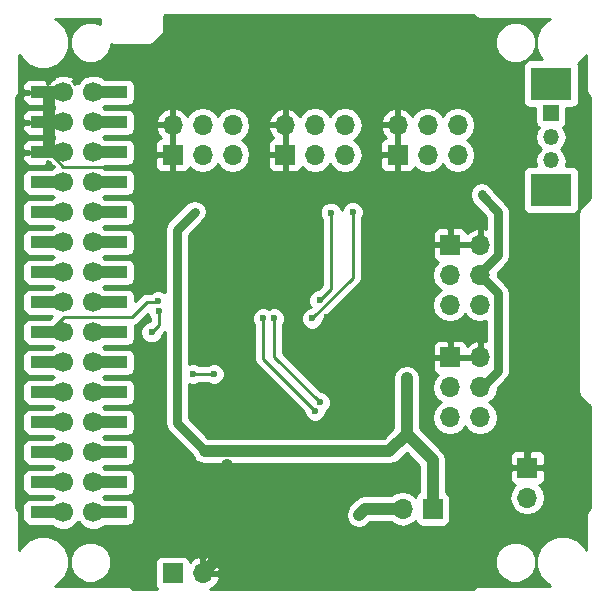
<source format=gbl>
G04 #@! TF.FileFunction,Copper,L2,Bot,Signal*
%FSLAX46Y46*%
G04 Gerber Fmt 4.6, Leading zero omitted, Abs format (unit mm)*
G04 Created by KiCad (PCBNEW 4.0.7) date 09/04/18 00:03:24*
%MOMM*%
%LPD*%
G01*
G04 APERTURE LIST*
%ADD10C,0.100000*%
%ADD11R,1.700000X1.700000*%
%ADD12O,1.700000X1.700000*%
%ADD13R,3.500000X2.800000*%
%ADD14R,1.350000X1.350000*%
%ADD15O,1.350000X1.350000*%
%ADD16R,3.150000X1.000000*%
%ADD17C,0.800000*%
%ADD18C,1.700000*%
%ADD19C,0.600000*%
%ADD20C,0.250000*%
%ADD21C,0.500000*%
%ADD22C,0.750000*%
%ADD23C,1.000000*%
%ADD24C,0.254000*%
G04 APERTURE END LIST*
D10*
D11*
X140000000Y-125500000D03*
D12*
X137460000Y-125500000D03*
D11*
X148000000Y-122000000D03*
D12*
X148000000Y-124540000D03*
D11*
X117970000Y-130968000D03*
D12*
X120510000Y-130968000D03*
D11*
X141465000Y-112680000D03*
D12*
X144005000Y-112680000D03*
X141465000Y-115220000D03*
X144005000Y-115220000D03*
X141465000Y-117760000D03*
X144005000Y-117760000D03*
D11*
X141465000Y-103155000D03*
D12*
X144005000Y-103155000D03*
X141465000Y-105695000D03*
X144005000Y-105695000D03*
X141465000Y-108235000D03*
X144005000Y-108235000D03*
D11*
X137020000Y-95535000D03*
D12*
X137020000Y-92995000D03*
X139560000Y-95535000D03*
X139560000Y-92995000D03*
X142100000Y-95535000D03*
X142100000Y-92995000D03*
D11*
X127495000Y-95535000D03*
D12*
X127495000Y-92995000D03*
X130035000Y-95535000D03*
X130035000Y-92995000D03*
X132575000Y-95535000D03*
X132575000Y-92995000D03*
D11*
X117970000Y-95535000D03*
D12*
X117970000Y-92995000D03*
X120510000Y-95535000D03*
X120510000Y-92995000D03*
X123050000Y-95535000D03*
X123050000Y-92995000D03*
D13*
X150000000Y-98500000D03*
D14*
X150000000Y-92000000D03*
D15*
X150000000Y-94000000D03*
X150000000Y-96000000D03*
D13*
X150000000Y-89500000D03*
D16*
X107475000Y-90220000D03*
D17*
X106825000Y-90220000D03*
D16*
X112555000Y-90220000D03*
X107475000Y-92760000D03*
X112555000Y-92760000D03*
X107475000Y-95300000D03*
X112555000Y-95300000D03*
X107475000Y-97840000D03*
X112555000Y-97840000D03*
X107475000Y-100380000D03*
X112555000Y-100380000D03*
X107475000Y-102920000D03*
X112555000Y-102920000D03*
X107475000Y-105460000D03*
X112555000Y-105460000D03*
X107475000Y-108000000D03*
X112555000Y-108000000D03*
X107475000Y-110540000D03*
X112555000Y-110540000D03*
X107475000Y-113080000D03*
X112555000Y-113080000D03*
X107475000Y-115620000D03*
X112555000Y-115620000D03*
X107475000Y-118160000D03*
X112555000Y-118160000D03*
X107475000Y-120700000D03*
X112555000Y-120700000D03*
X107475000Y-123240000D03*
X112555000Y-123240000D03*
X107475000Y-125780000D03*
X112555000Y-125780000D03*
D17*
X106825000Y-92760000D03*
X106825000Y-95300000D03*
X106825000Y-97840000D03*
X106825000Y-100380000D03*
X106825000Y-102920000D03*
X106825000Y-105460000D03*
X106825000Y-108000000D03*
X106825000Y-110540000D03*
X106825000Y-113080000D03*
X106825000Y-115620000D03*
X106825000Y-118160000D03*
X106825000Y-120700000D03*
X106825000Y-123240000D03*
X106825000Y-125780000D03*
X113175000Y-90220000D03*
X113175000Y-92760000D03*
X113175000Y-95300000D03*
X113175000Y-97840000D03*
X113175000Y-100380000D03*
X113175000Y-102920000D03*
X113175000Y-105460000D03*
X113175000Y-108000000D03*
X113175000Y-110540000D03*
X113175000Y-113080000D03*
X113175000Y-115620000D03*
X113175000Y-118160000D03*
X113175000Y-120700000D03*
X113175000Y-123240000D03*
X113175000Y-125780000D03*
D18*
X108730000Y-90220000D03*
X111270000Y-90220000D03*
X108730000Y-92760000D03*
X111270000Y-92760000D03*
X108730000Y-95300000D03*
X111270000Y-95300000D03*
X108730000Y-97840000D03*
X111270000Y-97840000D03*
X108730000Y-100380000D03*
X111270000Y-100380000D03*
X108730000Y-102920000D03*
X111270000Y-102920000D03*
X108730000Y-105460000D03*
X111270000Y-105460000D03*
X108730000Y-108000000D03*
X111270000Y-108000000D03*
X108730000Y-110540000D03*
X111270000Y-110540000D03*
X108730000Y-113080000D03*
X111270000Y-113080000D03*
X108730000Y-115620000D03*
X111270000Y-115620000D03*
X108730000Y-118160000D03*
X111270000Y-118160000D03*
X108730000Y-120700000D03*
X111270000Y-120700000D03*
X108730000Y-123240000D03*
X111270000Y-123240000D03*
X108730000Y-125780000D03*
X111270000Y-125780000D03*
D19*
X125336000Y-122586000D03*
X127876000Y-122586000D03*
X133464000Y-122586000D03*
X137528000Y-122586000D03*
X148450000Y-105949000D03*
X148450000Y-114839000D03*
X122542000Y-117061500D03*
X122542000Y-121824000D03*
X131051000Y-109251000D03*
X128257000Y-103663000D03*
X122542000Y-103409000D03*
X124891500Y-106012500D03*
X133750000Y-126000000D03*
X119849600Y-100335600D03*
X137782000Y-114458000D03*
X144132000Y-98837000D03*
X119684500Y-114077000D03*
X121462500Y-114077000D03*
X116750800Y-107904800D03*
X116801600Y-108768400D03*
X116192000Y-110546400D03*
X130035000Y-117188500D03*
X125653500Y-109378000D03*
X126542500Y-109378000D03*
X130416000Y-116490000D03*
X133210000Y-100361000D03*
X129781000Y-109378000D03*
X131368500Y-100424500D03*
X130416000Y-107854000D03*
D20*
X127876000Y-122586000D02*
X125336000Y-122586000D01*
X137528000Y-122586000D02*
X133464000Y-122586000D01*
D21*
X148000000Y-122000000D02*
X148000000Y-120115000D01*
X148450000Y-119665000D02*
X148450000Y-114839000D01*
X148000000Y-120115000D02*
X148450000Y-119665000D01*
D22*
X122542000Y-117061500D02*
X122542000Y-117048800D01*
D23*
X122542000Y-121824000D02*
X122542000Y-128936000D01*
X122542000Y-128936000D02*
X120510000Y-130968000D01*
D20*
X117970000Y-95535000D02*
X115684000Y-95535000D01*
X108726000Y-96551000D02*
X107475000Y-95300000D01*
X114668000Y-96551000D02*
X108726000Y-96551000D01*
X115684000Y-95535000D02*
X114668000Y-96551000D01*
D23*
X107475000Y-92760000D02*
X107475000Y-95300000D01*
X107475000Y-90220000D02*
X107475000Y-92760000D01*
X134250000Y-125500000D02*
X137460000Y-125500000D01*
X133750000Y-126000000D02*
X134250000Y-125500000D01*
X120713200Y-120604800D02*
X136334200Y-120604800D01*
D22*
X119849600Y-100335600D02*
X118325600Y-101859600D01*
X118325600Y-101859600D02*
X118325600Y-118217200D01*
X118325600Y-118217200D02*
X120713200Y-120604800D01*
D23*
X136334200Y-120604800D02*
X137782000Y-119157000D01*
X137782000Y-114458000D02*
X137782000Y-119157000D01*
X140000000Y-121375000D02*
X140000000Y-125500000D01*
X137782000Y-119157000D02*
X140000000Y-121375000D01*
D22*
X144005000Y-105695000D02*
X144005000Y-105568000D01*
X144005000Y-105568000D02*
X145529000Y-104044000D01*
X144132000Y-98964000D02*
X144132000Y-98837000D01*
X145529000Y-100361000D02*
X144132000Y-98964000D01*
X145529000Y-104044000D02*
X145529000Y-100361000D01*
X144005000Y-115220000D02*
X144132000Y-115220000D01*
X144132000Y-115220000D02*
X145529000Y-113823000D01*
X145529000Y-107219000D02*
X144005000Y-105695000D01*
X145529000Y-113823000D02*
X145529000Y-107219000D01*
D20*
X121462500Y-114077000D02*
X119684500Y-114077000D01*
X108789400Y-109225600D02*
X107475000Y-110540000D01*
X114566400Y-109225600D02*
X108789400Y-109225600D01*
X115836400Y-107955600D02*
X114566400Y-109225600D01*
X116700000Y-107955600D02*
X115836400Y-107955600D01*
X116750800Y-107904800D02*
X116700000Y-107955600D01*
X116801600Y-109936800D02*
X116801600Y-108768400D01*
X116192000Y-110546400D02*
X116801600Y-109936800D01*
X125653500Y-109378000D02*
X125653500Y-112807000D01*
X125653500Y-112807000D02*
X130035000Y-117188500D01*
X126542500Y-112616500D02*
X126542500Y-109378000D01*
X130416000Y-116490000D02*
X126542500Y-112616500D01*
X133210000Y-105949000D02*
X133210000Y-100361000D01*
X129781000Y-109378000D02*
X133210000Y-105949000D01*
X131368500Y-106901500D02*
X131368500Y-100424500D01*
X130416000Y-107854000D02*
X131368500Y-106901500D01*
D24*
G36*
X143497954Y-83802046D02*
X143728295Y-83955954D01*
X144000000Y-84010000D01*
X149963500Y-84010000D01*
X149735628Y-84104155D01*
X149106364Y-84732321D01*
X148765389Y-85553481D01*
X148764613Y-86442619D01*
X149104155Y-87264372D01*
X149292015Y-87452560D01*
X148250000Y-87452560D01*
X148014683Y-87496838D01*
X147798559Y-87635910D01*
X147653569Y-87848110D01*
X147602560Y-88100000D01*
X147602560Y-90900000D01*
X147646838Y-91135317D01*
X147785910Y-91351441D01*
X147998110Y-91496431D01*
X148250000Y-91547440D01*
X148677560Y-91547440D01*
X148677560Y-92675000D01*
X148721838Y-92910317D01*
X148860910Y-93126441D01*
X148965177Y-93197683D01*
X148764054Y-93498685D01*
X148664336Y-94000000D01*
X148764054Y-94501315D01*
X149048026Y-94926310D01*
X149158311Y-95000000D01*
X149048026Y-95073690D01*
X148764054Y-95498685D01*
X148664336Y-96000000D01*
X148754356Y-96452560D01*
X148250000Y-96452560D01*
X148014683Y-96496838D01*
X147798559Y-96635910D01*
X147653569Y-96848110D01*
X147602560Y-97100000D01*
X147602560Y-99900000D01*
X147646838Y-100135317D01*
X147785910Y-100351441D01*
X147998110Y-100496431D01*
X148250000Y-100547440D01*
X151750000Y-100547440D01*
X151985317Y-100503162D01*
X152201441Y-100364090D01*
X152346431Y-100151890D01*
X152397440Y-99900000D01*
X152397440Y-97100000D01*
X152353162Y-96864683D01*
X152214090Y-96648559D01*
X152001890Y-96503569D01*
X151750000Y-96452560D01*
X151245644Y-96452560D01*
X151335664Y-96000000D01*
X151235946Y-95498685D01*
X150951974Y-95073690D01*
X150841689Y-95000000D01*
X150951974Y-94926310D01*
X151235946Y-94501315D01*
X151335664Y-94000000D01*
X151235946Y-93498685D01*
X151034992Y-93197936D01*
X151126441Y-93139090D01*
X151271431Y-92926890D01*
X151322440Y-92675000D01*
X151322440Y-91547440D01*
X151750000Y-91547440D01*
X151985317Y-91503162D01*
X152201441Y-91364090D01*
X152346431Y-91151890D01*
X152397440Y-90900000D01*
X152397440Y-88100000D01*
X152353162Y-87864683D01*
X152330644Y-87829689D01*
X152893636Y-87267679D01*
X152990000Y-87035608D01*
X152990000Y-90000000D01*
X153044046Y-90271705D01*
X153197954Y-90502046D01*
X153290000Y-90594092D01*
X153290000Y-99205908D01*
X152497954Y-99997954D01*
X152344046Y-100228295D01*
X152290000Y-100500000D01*
X152290000Y-115500000D01*
X152344046Y-115771705D01*
X152497954Y-116002046D01*
X153290000Y-116794092D01*
X153290000Y-125405908D01*
X153197954Y-125497954D01*
X153044046Y-125728295D01*
X152990000Y-126000000D01*
X152990000Y-128963500D01*
X152895845Y-128735628D01*
X152267679Y-128106364D01*
X151446519Y-127765389D01*
X150557381Y-127764613D01*
X149735628Y-128104155D01*
X149106364Y-128732321D01*
X148765389Y-129553481D01*
X148764613Y-130442619D01*
X149104155Y-131264372D01*
X149732321Y-131893636D01*
X149964392Y-131990000D01*
X144000000Y-131990000D01*
X143728295Y-132044046D01*
X143497954Y-132197954D01*
X143405908Y-132290000D01*
X121155349Y-132290000D01*
X121276924Y-132239645D01*
X121705183Y-131849358D01*
X121951486Y-131324892D01*
X121830819Y-131095000D01*
X120637000Y-131095000D01*
X120637000Y-131115000D01*
X120383000Y-131115000D01*
X120383000Y-131095000D01*
X120363000Y-131095000D01*
X120363000Y-130841000D01*
X120383000Y-130841000D01*
X120383000Y-129647845D01*
X120637000Y-129647845D01*
X120637000Y-130841000D01*
X121830819Y-130841000D01*
X121951486Y-130611108D01*
X121825857Y-130343599D01*
X145264699Y-130343599D01*
X145528281Y-130981515D01*
X146015918Y-131470004D01*
X146653373Y-131734699D01*
X147343599Y-131735301D01*
X147981515Y-131471719D01*
X148470004Y-130984082D01*
X148734699Y-130346627D01*
X148735301Y-129656401D01*
X148471719Y-129018485D01*
X147984082Y-128529996D01*
X147346627Y-128265301D01*
X146656401Y-128264699D01*
X146018485Y-128528281D01*
X145529996Y-129015918D01*
X145265301Y-129653373D01*
X145264699Y-130343599D01*
X121825857Y-130343599D01*
X121705183Y-130086642D01*
X121276924Y-129696355D01*
X120866890Y-129526524D01*
X120637000Y-129647845D01*
X120383000Y-129647845D01*
X120153110Y-129526524D01*
X119743076Y-129696355D01*
X119440063Y-129972501D01*
X119423162Y-129882683D01*
X119284090Y-129666559D01*
X119071890Y-129521569D01*
X118820000Y-129470560D01*
X117120000Y-129470560D01*
X116884683Y-129514838D01*
X116668559Y-129653910D01*
X116523569Y-129866110D01*
X116472560Y-130118000D01*
X116472560Y-131818000D01*
X116516838Y-132053317D01*
X116655910Y-132269441D01*
X116685999Y-132290000D01*
X114594092Y-132290000D01*
X114502046Y-132197954D01*
X114271705Y-132044046D01*
X114000000Y-131990000D01*
X108036500Y-131990000D01*
X108264372Y-131895845D01*
X108893636Y-131267679D01*
X109234611Y-130446519D01*
X109234700Y-130343599D01*
X109264699Y-130343599D01*
X109528281Y-130981515D01*
X110015918Y-131470004D01*
X110653373Y-131734699D01*
X111343599Y-131735301D01*
X111981515Y-131471719D01*
X112470004Y-130984082D01*
X112734699Y-130346627D01*
X112735301Y-129656401D01*
X112471719Y-129018485D01*
X111984082Y-128529996D01*
X111346627Y-128265301D01*
X110656401Y-128264699D01*
X110018485Y-128528281D01*
X109529996Y-129015918D01*
X109265301Y-129653373D01*
X109264699Y-130343599D01*
X109234700Y-130343599D01*
X109235387Y-129557381D01*
X108895845Y-128735628D01*
X108267679Y-128106364D01*
X107446519Y-127765389D01*
X106557381Y-127764613D01*
X105735628Y-128104155D01*
X105106364Y-128732321D01*
X105010000Y-128964392D01*
X105010000Y-126000000D01*
X104955954Y-125728295D01*
X104802046Y-125497954D01*
X104710000Y-125405908D01*
X104710000Y-97340000D01*
X105252560Y-97340000D01*
X105252560Y-98340000D01*
X105296838Y-98575317D01*
X105435910Y-98791441D01*
X105648110Y-98936431D01*
X105900000Y-98987440D01*
X107777162Y-98987440D01*
X107887717Y-99098188D01*
X107915557Y-99109748D01*
X107889914Y-99120344D01*
X107777502Y-99232560D01*
X105900000Y-99232560D01*
X105664683Y-99276838D01*
X105448559Y-99415910D01*
X105303569Y-99628110D01*
X105252560Y-99880000D01*
X105252560Y-100880000D01*
X105296838Y-101115317D01*
X105435910Y-101331441D01*
X105648110Y-101476431D01*
X105900000Y-101527440D01*
X107777162Y-101527440D01*
X107887717Y-101638188D01*
X107915557Y-101649748D01*
X107889914Y-101660344D01*
X107777502Y-101772560D01*
X105900000Y-101772560D01*
X105664683Y-101816838D01*
X105448559Y-101955910D01*
X105303569Y-102168110D01*
X105252560Y-102420000D01*
X105252560Y-103420000D01*
X105296838Y-103655317D01*
X105435910Y-103871441D01*
X105648110Y-104016431D01*
X105900000Y-104067440D01*
X107777162Y-104067440D01*
X107887717Y-104178188D01*
X107915557Y-104189748D01*
X107889914Y-104200344D01*
X107777502Y-104312560D01*
X105900000Y-104312560D01*
X105664683Y-104356838D01*
X105448559Y-104495910D01*
X105303569Y-104708110D01*
X105252560Y-104960000D01*
X105252560Y-105960000D01*
X105296838Y-106195317D01*
X105435910Y-106411441D01*
X105648110Y-106556431D01*
X105900000Y-106607440D01*
X107777162Y-106607440D01*
X107887717Y-106718188D01*
X107915557Y-106729748D01*
X107889914Y-106740344D01*
X107777502Y-106852560D01*
X105900000Y-106852560D01*
X105664683Y-106896838D01*
X105448559Y-107035910D01*
X105303569Y-107248110D01*
X105252560Y-107500000D01*
X105252560Y-108500000D01*
X105296838Y-108735317D01*
X105435910Y-108951441D01*
X105648110Y-109096431D01*
X105900000Y-109147440D01*
X107777162Y-109147440D01*
X107784953Y-109155245D01*
X107547638Y-109392560D01*
X105900000Y-109392560D01*
X105664683Y-109436838D01*
X105448559Y-109575910D01*
X105303569Y-109788110D01*
X105252560Y-110040000D01*
X105252560Y-111040000D01*
X105296838Y-111275317D01*
X105435910Y-111491441D01*
X105648110Y-111636431D01*
X105900000Y-111687440D01*
X107777162Y-111687440D01*
X107887717Y-111798188D01*
X107915557Y-111809748D01*
X107889914Y-111820344D01*
X107777502Y-111932560D01*
X105900000Y-111932560D01*
X105664683Y-111976838D01*
X105448559Y-112115910D01*
X105303569Y-112328110D01*
X105252560Y-112580000D01*
X105252560Y-113580000D01*
X105296838Y-113815317D01*
X105435910Y-114031441D01*
X105648110Y-114176431D01*
X105900000Y-114227440D01*
X107777162Y-114227440D01*
X107887717Y-114338188D01*
X107915557Y-114349748D01*
X107889914Y-114360344D01*
X107777502Y-114472560D01*
X105900000Y-114472560D01*
X105664683Y-114516838D01*
X105448559Y-114655910D01*
X105303569Y-114868110D01*
X105252560Y-115120000D01*
X105252560Y-116120000D01*
X105296838Y-116355317D01*
X105435910Y-116571441D01*
X105648110Y-116716431D01*
X105900000Y-116767440D01*
X107777162Y-116767440D01*
X107887717Y-116878188D01*
X107915557Y-116889748D01*
X107889914Y-116900344D01*
X107777502Y-117012560D01*
X105900000Y-117012560D01*
X105664683Y-117056838D01*
X105448559Y-117195910D01*
X105303569Y-117408110D01*
X105252560Y-117660000D01*
X105252560Y-118660000D01*
X105296838Y-118895317D01*
X105435910Y-119111441D01*
X105648110Y-119256431D01*
X105900000Y-119307440D01*
X107777162Y-119307440D01*
X107887717Y-119418188D01*
X107915557Y-119429748D01*
X107889914Y-119440344D01*
X107777502Y-119552560D01*
X105900000Y-119552560D01*
X105664683Y-119596838D01*
X105448559Y-119735910D01*
X105303569Y-119948110D01*
X105252560Y-120200000D01*
X105252560Y-121200000D01*
X105296838Y-121435317D01*
X105435910Y-121651441D01*
X105648110Y-121796431D01*
X105900000Y-121847440D01*
X107777162Y-121847440D01*
X107887717Y-121958188D01*
X107915557Y-121969748D01*
X107889914Y-121980344D01*
X107777502Y-122092560D01*
X105900000Y-122092560D01*
X105664683Y-122136838D01*
X105448559Y-122275910D01*
X105303569Y-122488110D01*
X105252560Y-122740000D01*
X105252560Y-123740000D01*
X105296838Y-123975317D01*
X105435910Y-124191441D01*
X105648110Y-124336431D01*
X105900000Y-124387440D01*
X107777162Y-124387440D01*
X107887717Y-124498188D01*
X107915557Y-124509748D01*
X107889914Y-124520344D01*
X107777502Y-124632560D01*
X105900000Y-124632560D01*
X105664683Y-124676838D01*
X105448559Y-124815910D01*
X105303569Y-125028110D01*
X105252560Y-125280000D01*
X105252560Y-126280000D01*
X105296838Y-126515317D01*
X105435910Y-126731441D01*
X105648110Y-126876431D01*
X105900000Y-126927440D01*
X107777162Y-126927440D01*
X107887717Y-127038188D01*
X108433319Y-127264742D01*
X109024089Y-127265257D01*
X109570086Y-127039656D01*
X109988188Y-126622283D01*
X109999748Y-126594443D01*
X110010344Y-126620086D01*
X110427717Y-127038188D01*
X110973319Y-127264742D01*
X111564089Y-127265257D01*
X112110086Y-127039656D01*
X112222498Y-126927440D01*
X114130000Y-126927440D01*
X114365317Y-126883162D01*
X114581441Y-126744090D01*
X114726431Y-126531890D01*
X114777440Y-126280000D01*
X114777440Y-125280000D01*
X114733162Y-125044683D01*
X114594090Y-124828559D01*
X114381890Y-124683569D01*
X114130000Y-124632560D01*
X112222838Y-124632560D01*
X112112283Y-124521812D01*
X112084443Y-124510252D01*
X112110086Y-124499656D01*
X112222498Y-124387440D01*
X114130000Y-124387440D01*
X114365317Y-124343162D01*
X114581441Y-124204090D01*
X114726431Y-123991890D01*
X114777440Y-123740000D01*
X114777440Y-122740000D01*
X114733162Y-122504683D01*
X114594090Y-122288559D01*
X114381890Y-122143569D01*
X114130000Y-122092560D01*
X112222838Y-122092560D01*
X112112283Y-121981812D01*
X112084443Y-121970252D01*
X112110086Y-121959656D01*
X112222498Y-121847440D01*
X114130000Y-121847440D01*
X114365317Y-121803162D01*
X114581441Y-121664090D01*
X114726431Y-121451890D01*
X114777440Y-121200000D01*
X114777440Y-120200000D01*
X114733162Y-119964683D01*
X114594090Y-119748559D01*
X114381890Y-119603569D01*
X114130000Y-119552560D01*
X112222838Y-119552560D01*
X112112283Y-119441812D01*
X112084443Y-119430252D01*
X112110086Y-119419656D01*
X112222498Y-119307440D01*
X114130000Y-119307440D01*
X114365317Y-119263162D01*
X114581441Y-119124090D01*
X114726431Y-118911890D01*
X114777440Y-118660000D01*
X114777440Y-117660000D01*
X114733162Y-117424683D01*
X114594090Y-117208559D01*
X114381890Y-117063569D01*
X114130000Y-117012560D01*
X112222838Y-117012560D01*
X112112283Y-116901812D01*
X112084443Y-116890252D01*
X112110086Y-116879656D01*
X112222498Y-116767440D01*
X114130000Y-116767440D01*
X114365317Y-116723162D01*
X114581441Y-116584090D01*
X114726431Y-116371890D01*
X114777440Y-116120000D01*
X114777440Y-115120000D01*
X114733162Y-114884683D01*
X114594090Y-114668559D01*
X114381890Y-114523569D01*
X114130000Y-114472560D01*
X112222838Y-114472560D01*
X112112283Y-114361812D01*
X112084443Y-114350252D01*
X112110086Y-114339656D01*
X112222498Y-114227440D01*
X114130000Y-114227440D01*
X114365317Y-114183162D01*
X114581441Y-114044090D01*
X114726431Y-113831890D01*
X114777440Y-113580000D01*
X114777440Y-112580000D01*
X114733162Y-112344683D01*
X114594090Y-112128559D01*
X114381890Y-111983569D01*
X114130000Y-111932560D01*
X112222838Y-111932560D01*
X112112283Y-111821812D01*
X112084443Y-111810252D01*
X112110086Y-111799656D01*
X112222498Y-111687440D01*
X114130000Y-111687440D01*
X114365317Y-111643162D01*
X114581441Y-111504090D01*
X114726431Y-111291890D01*
X114777440Y-111040000D01*
X114777440Y-110040000D01*
X114759959Y-109947098D01*
X114857239Y-109927748D01*
X115103801Y-109763001D01*
X115880121Y-108986681D01*
X116008483Y-109297343D01*
X116041600Y-109330518D01*
X116041600Y-109611268D01*
X116006833Y-109611238D01*
X115663057Y-109753283D01*
X115399808Y-110016073D01*
X115257162Y-110359601D01*
X115256838Y-110731567D01*
X115398883Y-111075343D01*
X115661673Y-111338592D01*
X116005201Y-111481238D01*
X116377167Y-111481562D01*
X116720943Y-111339517D01*
X116984192Y-111076727D01*
X117126838Y-110733199D01*
X117126879Y-110686323D01*
X117315600Y-110497602D01*
X117315600Y-118217200D01*
X117392482Y-118603710D01*
X117611422Y-118931378D01*
X119651041Y-120970997D01*
X119664597Y-121039146D01*
X119910634Y-121407366D01*
X120278854Y-121653403D01*
X120713200Y-121739800D01*
X136334200Y-121739800D01*
X136768546Y-121653403D01*
X137136766Y-121407366D01*
X137782000Y-120762132D01*
X138865000Y-121845132D01*
X138865000Y-124078808D01*
X138698559Y-124185910D01*
X138553569Y-124398110D01*
X138539914Y-124465541D01*
X138510054Y-124420853D01*
X138028285Y-124098946D01*
X137460000Y-123985907D01*
X136891715Y-124098946D01*
X136493536Y-124365000D01*
X134250000Y-124365000D01*
X133815654Y-124451397D01*
X133544525Y-124632560D01*
X133447434Y-124697434D01*
X132947434Y-125197434D01*
X132701397Y-125565655D01*
X132615000Y-126000000D01*
X132701397Y-126434345D01*
X132947434Y-126802566D01*
X133315655Y-127048603D01*
X133750000Y-127135000D01*
X134184345Y-127048603D01*
X134552566Y-126802566D01*
X134720132Y-126635000D01*
X136493536Y-126635000D01*
X136891715Y-126901054D01*
X137460000Y-127014093D01*
X138028285Y-126901054D01*
X138510054Y-126579147D01*
X138537850Y-126537548D01*
X138546838Y-126585317D01*
X138685910Y-126801441D01*
X138898110Y-126946431D01*
X139150000Y-126997440D01*
X140850000Y-126997440D01*
X141085317Y-126953162D01*
X141301441Y-126814090D01*
X141446431Y-126601890D01*
X141497440Y-126350000D01*
X141497440Y-124650000D01*
X141476743Y-124540000D01*
X146485907Y-124540000D01*
X146598946Y-125108285D01*
X146920853Y-125590054D01*
X147402622Y-125911961D01*
X147970907Y-126025000D01*
X148029093Y-126025000D01*
X148597378Y-125911961D01*
X149079147Y-125590054D01*
X149401054Y-125108285D01*
X149514093Y-124540000D01*
X149401054Y-123971715D01*
X149079147Y-123489946D01*
X149035223Y-123460597D01*
X149209698Y-123388327D01*
X149388327Y-123209699D01*
X149485000Y-122976310D01*
X149485000Y-122285750D01*
X149326250Y-122127000D01*
X148127000Y-122127000D01*
X148127000Y-122147000D01*
X147873000Y-122147000D01*
X147873000Y-122127000D01*
X146673750Y-122127000D01*
X146515000Y-122285750D01*
X146515000Y-122976310D01*
X146611673Y-123209699D01*
X146790302Y-123388327D01*
X146964777Y-123460597D01*
X146920853Y-123489946D01*
X146598946Y-123971715D01*
X146485907Y-124540000D01*
X141476743Y-124540000D01*
X141453162Y-124414683D01*
X141314090Y-124198559D01*
X141135000Y-124076192D01*
X141135000Y-121375000D01*
X141117200Y-121285515D01*
X141065121Y-121023690D01*
X146515000Y-121023690D01*
X146515000Y-121714250D01*
X146673750Y-121873000D01*
X147873000Y-121873000D01*
X147873000Y-120673750D01*
X148127000Y-120673750D01*
X148127000Y-121873000D01*
X149326250Y-121873000D01*
X149485000Y-121714250D01*
X149485000Y-121023690D01*
X149388327Y-120790301D01*
X149209698Y-120611673D01*
X148976309Y-120515000D01*
X148285750Y-120515000D01*
X148127000Y-120673750D01*
X147873000Y-120673750D01*
X147714250Y-120515000D01*
X147023691Y-120515000D01*
X146790302Y-120611673D01*
X146611673Y-120790301D01*
X146515000Y-121023690D01*
X141065121Y-121023690D01*
X141048604Y-120940655D01*
X140802566Y-120572434D01*
X138917000Y-118686868D01*
X138917000Y-114458000D01*
X138830603Y-114023654D01*
X138584566Y-113655434D01*
X138216346Y-113409397D01*
X137782000Y-113323000D01*
X137347654Y-113409397D01*
X136979434Y-113655434D01*
X136733397Y-114023654D01*
X136647000Y-114458000D01*
X136647000Y-118686868D01*
X135864068Y-119469800D01*
X121006556Y-119469800D01*
X119335600Y-117798844D01*
X119335600Y-114944527D01*
X119497701Y-115011838D01*
X119869667Y-115012162D01*
X120213443Y-114870117D01*
X120246618Y-114837000D01*
X120900037Y-114837000D01*
X120932173Y-114869192D01*
X121275701Y-115011838D01*
X121647667Y-115012162D01*
X121991443Y-114870117D01*
X122254692Y-114607327D01*
X122397338Y-114263799D01*
X122397662Y-113891833D01*
X122255617Y-113548057D01*
X121992827Y-113284808D01*
X121649299Y-113142162D01*
X121277333Y-113141838D01*
X120933557Y-113283883D01*
X120900382Y-113317000D01*
X120246963Y-113317000D01*
X120214827Y-113284808D01*
X119871299Y-113142162D01*
X119499333Y-113141838D01*
X119335600Y-113209491D01*
X119335600Y-109563167D01*
X124718338Y-109563167D01*
X124860383Y-109906943D01*
X124893500Y-109940118D01*
X124893500Y-112807000D01*
X124951352Y-113097839D01*
X125116099Y-113344401D01*
X129099878Y-117328180D01*
X129099838Y-117373667D01*
X129241883Y-117717443D01*
X129504673Y-117980692D01*
X129848201Y-118123338D01*
X130220167Y-118123662D01*
X130563943Y-117981617D01*
X130827192Y-117718827D01*
X130969838Y-117375299D01*
X130969940Y-117258164D01*
X131208192Y-117020327D01*
X131350838Y-116676799D01*
X131351162Y-116304833D01*
X131209117Y-115961057D01*
X130946327Y-115697808D01*
X130602799Y-115555162D01*
X130555923Y-115555121D01*
X127302500Y-112301698D01*
X127302500Y-111703690D01*
X139980000Y-111703690D01*
X139980000Y-112394250D01*
X140138750Y-112553000D01*
X141338000Y-112553000D01*
X141338000Y-111353750D01*
X141592000Y-111353750D01*
X141592000Y-112553000D01*
X143878000Y-112553000D01*
X143878000Y-111359181D01*
X143648108Y-111238514D01*
X143123642Y-111484817D01*
X142941930Y-111684208D01*
X142853327Y-111470301D01*
X142674698Y-111291673D01*
X142441309Y-111195000D01*
X141750750Y-111195000D01*
X141592000Y-111353750D01*
X141338000Y-111353750D01*
X141179250Y-111195000D01*
X140488691Y-111195000D01*
X140255302Y-111291673D01*
X140076673Y-111470301D01*
X139980000Y-111703690D01*
X127302500Y-111703690D01*
X127302500Y-109940463D01*
X127334692Y-109908327D01*
X127477338Y-109564799D01*
X127477339Y-109563167D01*
X128845838Y-109563167D01*
X128987883Y-109906943D01*
X129250673Y-110170192D01*
X129594201Y-110312838D01*
X129966167Y-110313162D01*
X130309943Y-110171117D01*
X130573192Y-109908327D01*
X130715838Y-109564799D01*
X130715879Y-109517923D01*
X133747401Y-106486401D01*
X133912148Y-106239840D01*
X133970000Y-105949000D01*
X133970000Y-105695000D01*
X139950907Y-105695000D01*
X140063946Y-106263285D01*
X140385853Y-106745054D01*
X140715026Y-106965000D01*
X140385853Y-107184946D01*
X140063946Y-107666715D01*
X139950907Y-108235000D01*
X140063946Y-108803285D01*
X140385853Y-109285054D01*
X140867622Y-109606961D01*
X141435907Y-109720000D01*
X141494093Y-109720000D01*
X142062378Y-109606961D01*
X142544147Y-109285054D01*
X142735000Y-108999422D01*
X142925853Y-109285054D01*
X143407622Y-109606961D01*
X143975907Y-109720000D01*
X144034093Y-109720000D01*
X144519000Y-109623546D01*
X144519000Y-111312296D01*
X144361892Y-111238514D01*
X144132000Y-111359181D01*
X144132000Y-112553000D01*
X144152000Y-112553000D01*
X144152000Y-112807000D01*
X144132000Y-112807000D01*
X144132000Y-112827000D01*
X143878000Y-112827000D01*
X143878000Y-112807000D01*
X141592000Y-112807000D01*
X141592000Y-112827000D01*
X141338000Y-112827000D01*
X141338000Y-112807000D01*
X140138750Y-112807000D01*
X139980000Y-112965750D01*
X139980000Y-113656310D01*
X140076673Y-113889699D01*
X140255302Y-114068327D01*
X140429777Y-114140597D01*
X140385853Y-114169946D01*
X140063946Y-114651715D01*
X139950907Y-115220000D01*
X140063946Y-115788285D01*
X140385853Y-116270054D01*
X140715026Y-116490000D01*
X140385853Y-116709946D01*
X140063946Y-117191715D01*
X139950907Y-117760000D01*
X140063946Y-118328285D01*
X140385853Y-118810054D01*
X140867622Y-119131961D01*
X141435907Y-119245000D01*
X141494093Y-119245000D01*
X142062378Y-119131961D01*
X142544147Y-118810054D01*
X142735000Y-118524422D01*
X142925853Y-118810054D01*
X143407622Y-119131961D01*
X143975907Y-119245000D01*
X144034093Y-119245000D01*
X144602378Y-119131961D01*
X145084147Y-118810054D01*
X145406054Y-118328285D01*
X145519093Y-117760000D01*
X145406054Y-117191715D01*
X145084147Y-116709946D01*
X144754974Y-116490000D01*
X145084147Y-116270054D01*
X145406054Y-115788285D01*
X145508847Y-115271509D01*
X146243178Y-114537178D01*
X146462118Y-114209510D01*
X146539000Y-113823000D01*
X146539000Y-107219000D01*
X146488512Y-106965180D01*
X146462118Y-106832489D01*
X146243178Y-106504822D01*
X145504868Y-105766512D01*
X145519093Y-105695000D01*
X145483798Y-105517558D01*
X146243178Y-104758178D01*
X146462118Y-104430511D01*
X146539000Y-104044000D01*
X146539000Y-100361000D01*
X146462118Y-99974490D01*
X146243178Y-99646822D01*
X145069655Y-98473299D01*
X145065118Y-98450490D01*
X144846178Y-98122822D01*
X144518510Y-97903882D01*
X144132000Y-97827000D01*
X143745490Y-97903882D01*
X143417822Y-98122822D01*
X143198882Y-98450490D01*
X143122000Y-98837000D01*
X143122000Y-98964000D01*
X143198882Y-99350510D01*
X143417822Y-99678178D01*
X144519000Y-100779356D01*
X144519000Y-101787296D01*
X144361892Y-101713514D01*
X144132000Y-101834181D01*
X144132000Y-103028000D01*
X144152000Y-103028000D01*
X144152000Y-103282000D01*
X144132000Y-103282000D01*
X144132000Y-103302000D01*
X143878000Y-103302000D01*
X143878000Y-103282000D01*
X141592000Y-103282000D01*
X141592000Y-103302000D01*
X141338000Y-103302000D01*
X141338000Y-103282000D01*
X140138750Y-103282000D01*
X139980000Y-103440750D01*
X139980000Y-104131310D01*
X140076673Y-104364699D01*
X140255302Y-104543327D01*
X140429777Y-104615597D01*
X140385853Y-104644946D01*
X140063946Y-105126715D01*
X139950907Y-105695000D01*
X133970000Y-105695000D01*
X133970000Y-102178690D01*
X139980000Y-102178690D01*
X139980000Y-102869250D01*
X140138750Y-103028000D01*
X141338000Y-103028000D01*
X141338000Y-101828750D01*
X141592000Y-101828750D01*
X141592000Y-103028000D01*
X143878000Y-103028000D01*
X143878000Y-101834181D01*
X143648108Y-101713514D01*
X143123642Y-101959817D01*
X142941930Y-102159208D01*
X142853327Y-101945301D01*
X142674698Y-101766673D01*
X142441309Y-101670000D01*
X141750750Y-101670000D01*
X141592000Y-101828750D01*
X141338000Y-101828750D01*
X141179250Y-101670000D01*
X140488691Y-101670000D01*
X140255302Y-101766673D01*
X140076673Y-101945301D01*
X139980000Y-102178690D01*
X133970000Y-102178690D01*
X133970000Y-100923463D01*
X134002192Y-100891327D01*
X134144838Y-100547799D01*
X134145162Y-100175833D01*
X134003117Y-99832057D01*
X133740327Y-99568808D01*
X133396799Y-99426162D01*
X133024833Y-99425838D01*
X132681057Y-99567883D01*
X132417808Y-99830673D01*
X132275958Y-100172284D01*
X132161617Y-99895557D01*
X131898827Y-99632308D01*
X131555299Y-99489662D01*
X131183333Y-99489338D01*
X130839557Y-99631383D01*
X130576308Y-99894173D01*
X130433662Y-100237701D01*
X130433338Y-100609667D01*
X130575383Y-100953443D01*
X130608500Y-100986618D01*
X130608500Y-106586698D01*
X130276320Y-106918878D01*
X130230833Y-106918838D01*
X129887057Y-107060883D01*
X129623808Y-107323673D01*
X129481162Y-107667201D01*
X129480838Y-108039167D01*
X129622883Y-108382943D01*
X129662035Y-108422163D01*
X129641320Y-108442878D01*
X129595833Y-108442838D01*
X129252057Y-108584883D01*
X128988808Y-108847673D01*
X128846162Y-109191201D01*
X128845838Y-109563167D01*
X127477339Y-109563167D01*
X127477662Y-109192833D01*
X127335617Y-108849057D01*
X127072827Y-108585808D01*
X126729299Y-108443162D01*
X126357333Y-108442838D01*
X126097786Y-108550080D01*
X125840299Y-108443162D01*
X125468333Y-108442838D01*
X125124557Y-108584883D01*
X124861308Y-108847673D01*
X124718662Y-109191201D01*
X124718338Y-109563167D01*
X119335600Y-109563167D01*
X119335600Y-102277956D01*
X120563778Y-101049778D01*
X120782718Y-100722111D01*
X120859600Y-100335600D01*
X120782718Y-99949090D01*
X120563778Y-99621422D01*
X120236110Y-99402482D01*
X119849600Y-99325600D01*
X119463089Y-99402482D01*
X119135422Y-99621422D01*
X117611422Y-101145422D01*
X117392482Y-101473090D01*
X117315600Y-101859600D01*
X117315600Y-107147141D01*
X117281127Y-107112608D01*
X116937599Y-106969962D01*
X116565633Y-106969638D01*
X116221857Y-107111683D01*
X116137793Y-107195600D01*
X115836400Y-107195600D01*
X115545560Y-107253452D01*
X115298999Y-107418199D01*
X114777440Y-107939758D01*
X114777440Y-107500000D01*
X114733162Y-107264683D01*
X114594090Y-107048559D01*
X114381890Y-106903569D01*
X114130000Y-106852560D01*
X112222838Y-106852560D01*
X112112283Y-106741812D01*
X112084443Y-106730252D01*
X112110086Y-106719656D01*
X112222498Y-106607440D01*
X114130000Y-106607440D01*
X114365317Y-106563162D01*
X114581441Y-106424090D01*
X114726431Y-106211890D01*
X114777440Y-105960000D01*
X114777440Y-104960000D01*
X114733162Y-104724683D01*
X114594090Y-104508559D01*
X114381890Y-104363569D01*
X114130000Y-104312560D01*
X112222838Y-104312560D01*
X112112283Y-104201812D01*
X112084443Y-104190252D01*
X112110086Y-104179656D01*
X112222498Y-104067440D01*
X114130000Y-104067440D01*
X114365317Y-104023162D01*
X114581441Y-103884090D01*
X114726431Y-103671890D01*
X114777440Y-103420000D01*
X114777440Y-102420000D01*
X114733162Y-102184683D01*
X114594090Y-101968559D01*
X114381890Y-101823569D01*
X114130000Y-101772560D01*
X112222838Y-101772560D01*
X112112283Y-101661812D01*
X112084443Y-101650252D01*
X112110086Y-101639656D01*
X112222498Y-101527440D01*
X114130000Y-101527440D01*
X114365317Y-101483162D01*
X114581441Y-101344090D01*
X114726431Y-101131890D01*
X114777440Y-100880000D01*
X114777440Y-99880000D01*
X114733162Y-99644683D01*
X114594090Y-99428559D01*
X114381890Y-99283569D01*
X114130000Y-99232560D01*
X112222838Y-99232560D01*
X112112283Y-99121812D01*
X112084443Y-99110252D01*
X112110086Y-99099656D01*
X112222498Y-98987440D01*
X114130000Y-98987440D01*
X114365317Y-98943162D01*
X114581441Y-98804090D01*
X114726431Y-98591890D01*
X114777440Y-98340000D01*
X114777440Y-97340000D01*
X114733162Y-97104683D01*
X114594090Y-96888559D01*
X114381890Y-96743569D01*
X114130000Y-96692560D01*
X112222838Y-96692560D01*
X112112283Y-96581812D01*
X112084443Y-96570252D01*
X112110086Y-96559656D01*
X112222498Y-96447440D01*
X114130000Y-96447440D01*
X114365317Y-96403162D01*
X114581441Y-96264090D01*
X114726431Y-96051890D01*
X114773238Y-95820750D01*
X116485000Y-95820750D01*
X116485000Y-96511309D01*
X116581673Y-96744698D01*
X116760301Y-96923327D01*
X116993690Y-97020000D01*
X117684250Y-97020000D01*
X117843000Y-96861250D01*
X117843000Y-95662000D01*
X116643750Y-95662000D01*
X116485000Y-95820750D01*
X114773238Y-95820750D01*
X114777440Y-95800000D01*
X114777440Y-94800000D01*
X114733162Y-94564683D01*
X114729307Y-94558691D01*
X116485000Y-94558691D01*
X116485000Y-95249250D01*
X116643750Y-95408000D01*
X117843000Y-95408000D01*
X117843000Y-93122000D01*
X116649181Y-93122000D01*
X116528514Y-93351892D01*
X116774817Y-93876358D01*
X116974208Y-94058070D01*
X116760301Y-94146673D01*
X116581673Y-94325302D01*
X116485000Y-94558691D01*
X114729307Y-94558691D01*
X114594090Y-94348559D01*
X114381890Y-94203569D01*
X114130000Y-94152560D01*
X112222838Y-94152560D01*
X112112283Y-94041812D01*
X112084443Y-94030252D01*
X112110086Y-94019656D01*
X112222498Y-93907440D01*
X114130000Y-93907440D01*
X114365317Y-93863162D01*
X114581441Y-93724090D01*
X114726431Y-93511890D01*
X114777440Y-93260000D01*
X114777440Y-92638108D01*
X116528514Y-92638108D01*
X116649181Y-92868000D01*
X117843000Y-92868000D01*
X117843000Y-91674845D01*
X118097000Y-91674845D01*
X118097000Y-92868000D01*
X118117000Y-92868000D01*
X118117000Y-93122000D01*
X118097000Y-93122000D01*
X118097000Y-95408000D01*
X118117000Y-95408000D01*
X118117000Y-95662000D01*
X118097000Y-95662000D01*
X118097000Y-96861250D01*
X118255750Y-97020000D01*
X118946310Y-97020000D01*
X119179699Y-96923327D01*
X119358327Y-96744698D01*
X119430597Y-96570223D01*
X119459946Y-96614147D01*
X119941715Y-96936054D01*
X120510000Y-97049093D01*
X121078285Y-96936054D01*
X121560054Y-96614147D01*
X121780000Y-96284974D01*
X121999946Y-96614147D01*
X122481715Y-96936054D01*
X123050000Y-97049093D01*
X123618285Y-96936054D01*
X124100054Y-96614147D01*
X124421961Y-96132378D01*
X124483947Y-95820750D01*
X126010000Y-95820750D01*
X126010000Y-96511309D01*
X126106673Y-96744698D01*
X126285301Y-96923327D01*
X126518690Y-97020000D01*
X127209250Y-97020000D01*
X127368000Y-96861250D01*
X127368000Y-95662000D01*
X126168750Y-95662000D01*
X126010000Y-95820750D01*
X124483947Y-95820750D01*
X124535000Y-95564093D01*
X124535000Y-95505907D01*
X124421961Y-94937622D01*
X124168768Y-94558691D01*
X126010000Y-94558691D01*
X126010000Y-95249250D01*
X126168750Y-95408000D01*
X127368000Y-95408000D01*
X127368000Y-93122000D01*
X126174181Y-93122000D01*
X126053514Y-93351892D01*
X126299817Y-93876358D01*
X126499208Y-94058070D01*
X126285301Y-94146673D01*
X126106673Y-94325302D01*
X126010000Y-94558691D01*
X124168768Y-94558691D01*
X124100054Y-94455853D01*
X123814422Y-94265000D01*
X124100054Y-94074147D01*
X124421961Y-93592378D01*
X124535000Y-93024093D01*
X124535000Y-92965907D01*
X124469797Y-92638108D01*
X126053514Y-92638108D01*
X126174181Y-92868000D01*
X127368000Y-92868000D01*
X127368000Y-91674845D01*
X127622000Y-91674845D01*
X127622000Y-92868000D01*
X127642000Y-92868000D01*
X127642000Y-93122000D01*
X127622000Y-93122000D01*
X127622000Y-95408000D01*
X127642000Y-95408000D01*
X127642000Y-95662000D01*
X127622000Y-95662000D01*
X127622000Y-96861250D01*
X127780750Y-97020000D01*
X128471310Y-97020000D01*
X128704699Y-96923327D01*
X128883327Y-96744698D01*
X128955597Y-96570223D01*
X128984946Y-96614147D01*
X129466715Y-96936054D01*
X130035000Y-97049093D01*
X130603285Y-96936054D01*
X131085054Y-96614147D01*
X131305000Y-96284974D01*
X131524946Y-96614147D01*
X132006715Y-96936054D01*
X132575000Y-97049093D01*
X133143285Y-96936054D01*
X133625054Y-96614147D01*
X133946961Y-96132378D01*
X134008947Y-95820750D01*
X135535000Y-95820750D01*
X135535000Y-96511309D01*
X135631673Y-96744698D01*
X135810301Y-96923327D01*
X136043690Y-97020000D01*
X136734250Y-97020000D01*
X136893000Y-96861250D01*
X136893000Y-95662000D01*
X135693750Y-95662000D01*
X135535000Y-95820750D01*
X134008947Y-95820750D01*
X134060000Y-95564093D01*
X134060000Y-95505907D01*
X133946961Y-94937622D01*
X133693768Y-94558691D01*
X135535000Y-94558691D01*
X135535000Y-95249250D01*
X135693750Y-95408000D01*
X136893000Y-95408000D01*
X136893000Y-93122000D01*
X135699181Y-93122000D01*
X135578514Y-93351892D01*
X135824817Y-93876358D01*
X136024208Y-94058070D01*
X135810301Y-94146673D01*
X135631673Y-94325302D01*
X135535000Y-94558691D01*
X133693768Y-94558691D01*
X133625054Y-94455853D01*
X133339422Y-94265000D01*
X133625054Y-94074147D01*
X133946961Y-93592378D01*
X134060000Y-93024093D01*
X134060000Y-92965907D01*
X133994797Y-92638108D01*
X135578514Y-92638108D01*
X135699181Y-92868000D01*
X136893000Y-92868000D01*
X136893000Y-91674845D01*
X137147000Y-91674845D01*
X137147000Y-92868000D01*
X137167000Y-92868000D01*
X137167000Y-93122000D01*
X137147000Y-93122000D01*
X137147000Y-95408000D01*
X137167000Y-95408000D01*
X137167000Y-95662000D01*
X137147000Y-95662000D01*
X137147000Y-96861250D01*
X137305750Y-97020000D01*
X137996310Y-97020000D01*
X138229699Y-96923327D01*
X138408327Y-96744698D01*
X138480597Y-96570223D01*
X138509946Y-96614147D01*
X138991715Y-96936054D01*
X139560000Y-97049093D01*
X140128285Y-96936054D01*
X140610054Y-96614147D01*
X140830000Y-96284974D01*
X141049946Y-96614147D01*
X141531715Y-96936054D01*
X142100000Y-97049093D01*
X142668285Y-96936054D01*
X143150054Y-96614147D01*
X143471961Y-96132378D01*
X143585000Y-95564093D01*
X143585000Y-95505907D01*
X143471961Y-94937622D01*
X143150054Y-94455853D01*
X142864422Y-94265000D01*
X143150054Y-94074147D01*
X143471961Y-93592378D01*
X143585000Y-93024093D01*
X143585000Y-92965907D01*
X143471961Y-92397622D01*
X143150054Y-91915853D01*
X142668285Y-91593946D01*
X142100000Y-91480907D01*
X141531715Y-91593946D01*
X141049946Y-91915853D01*
X140830000Y-92245026D01*
X140610054Y-91915853D01*
X140128285Y-91593946D01*
X139560000Y-91480907D01*
X138991715Y-91593946D01*
X138509946Y-91915853D01*
X138282298Y-92256553D01*
X138215183Y-92113642D01*
X137786924Y-91723355D01*
X137376890Y-91553524D01*
X137147000Y-91674845D01*
X136893000Y-91674845D01*
X136663110Y-91553524D01*
X136253076Y-91723355D01*
X135824817Y-92113642D01*
X135578514Y-92638108D01*
X133994797Y-92638108D01*
X133946961Y-92397622D01*
X133625054Y-91915853D01*
X133143285Y-91593946D01*
X132575000Y-91480907D01*
X132006715Y-91593946D01*
X131524946Y-91915853D01*
X131305000Y-92245026D01*
X131085054Y-91915853D01*
X130603285Y-91593946D01*
X130035000Y-91480907D01*
X129466715Y-91593946D01*
X128984946Y-91915853D01*
X128757298Y-92256553D01*
X128690183Y-92113642D01*
X128261924Y-91723355D01*
X127851890Y-91553524D01*
X127622000Y-91674845D01*
X127368000Y-91674845D01*
X127138110Y-91553524D01*
X126728076Y-91723355D01*
X126299817Y-92113642D01*
X126053514Y-92638108D01*
X124469797Y-92638108D01*
X124421961Y-92397622D01*
X124100054Y-91915853D01*
X123618285Y-91593946D01*
X123050000Y-91480907D01*
X122481715Y-91593946D01*
X121999946Y-91915853D01*
X121780000Y-92245026D01*
X121560054Y-91915853D01*
X121078285Y-91593946D01*
X120510000Y-91480907D01*
X119941715Y-91593946D01*
X119459946Y-91915853D01*
X119232298Y-92256553D01*
X119165183Y-92113642D01*
X118736924Y-91723355D01*
X118326890Y-91553524D01*
X118097000Y-91674845D01*
X117843000Y-91674845D01*
X117613110Y-91553524D01*
X117203076Y-91723355D01*
X116774817Y-92113642D01*
X116528514Y-92638108D01*
X114777440Y-92638108D01*
X114777440Y-92260000D01*
X114733162Y-92024683D01*
X114594090Y-91808559D01*
X114381890Y-91663569D01*
X114130000Y-91612560D01*
X112222838Y-91612560D01*
X112112283Y-91501812D01*
X112084443Y-91490252D01*
X112110086Y-91479656D01*
X112222498Y-91367440D01*
X114130000Y-91367440D01*
X114365317Y-91323162D01*
X114581441Y-91184090D01*
X114726431Y-90971890D01*
X114777440Y-90720000D01*
X114777440Y-89720000D01*
X114733162Y-89484683D01*
X114594090Y-89268559D01*
X114381890Y-89123569D01*
X114130000Y-89072560D01*
X112222838Y-89072560D01*
X112112283Y-88961812D01*
X111566681Y-88735258D01*
X110975911Y-88734743D01*
X110429914Y-88960344D01*
X110011812Y-89377717D01*
X109992049Y-89425312D01*
X109773958Y-89355647D01*
X109641334Y-89488271D01*
X109588327Y-89360301D01*
X109499210Y-89271185D01*
X109594353Y-89176042D01*
X109514080Y-88924741D01*
X108958721Y-88723282D01*
X108368542Y-88749685D01*
X107945920Y-88924741D01*
X107894729Y-89085000D01*
X107760750Y-89085000D01*
X107602000Y-89243750D01*
X107602000Y-89382493D01*
X107506778Y-89412910D01*
X107479630Y-89385762D01*
X107362745Y-89502647D01*
X107348000Y-89380483D01*
X107348000Y-89243750D01*
X107189250Y-89085000D01*
X105773691Y-89085000D01*
X105540302Y-89181673D01*
X105361673Y-89360301D01*
X105265000Y-89593690D01*
X105265000Y-89934250D01*
X105423750Y-90093000D01*
X105778600Y-90093000D01*
X105776691Y-90098931D01*
X105796921Y-90347000D01*
X105423750Y-90347000D01*
X105265000Y-90505750D01*
X105265000Y-90846310D01*
X105361673Y-91079699D01*
X105540302Y-91258327D01*
X105773691Y-91355000D01*
X107189250Y-91355000D01*
X107348000Y-91196250D01*
X107348000Y-91059517D01*
X107362745Y-90937353D01*
X107479630Y-91054238D01*
X107506778Y-91027090D01*
X107602000Y-91057507D01*
X107602000Y-91196250D01*
X107760750Y-91355000D01*
X107894729Y-91355000D01*
X107937852Y-91490000D01*
X107894729Y-91625000D01*
X107760750Y-91625000D01*
X107602000Y-91783750D01*
X107602000Y-91922493D01*
X107506778Y-91952910D01*
X107479630Y-91925762D01*
X107362745Y-92042647D01*
X107348000Y-91920483D01*
X107348000Y-91783750D01*
X107189250Y-91625000D01*
X105773691Y-91625000D01*
X105540302Y-91721673D01*
X105361673Y-91900301D01*
X105265000Y-92133690D01*
X105265000Y-92474250D01*
X105423750Y-92633000D01*
X105778600Y-92633000D01*
X105776691Y-92638931D01*
X105796921Y-92887000D01*
X105423750Y-92887000D01*
X105265000Y-93045750D01*
X105265000Y-93386310D01*
X105361673Y-93619699D01*
X105540302Y-93798327D01*
X105773691Y-93895000D01*
X107189250Y-93895000D01*
X107348000Y-93736250D01*
X107348000Y-93599517D01*
X107362745Y-93477353D01*
X107479630Y-93594238D01*
X107506778Y-93567090D01*
X107602000Y-93597507D01*
X107602000Y-93736250D01*
X107760750Y-93895000D01*
X107894729Y-93895000D01*
X107937852Y-94030000D01*
X107894729Y-94165000D01*
X107760750Y-94165000D01*
X107602000Y-94323750D01*
X107602000Y-94462493D01*
X107506778Y-94492910D01*
X107479630Y-94465762D01*
X107362745Y-94582647D01*
X107348000Y-94460483D01*
X107348000Y-94323750D01*
X107189250Y-94165000D01*
X105773691Y-94165000D01*
X105540302Y-94261673D01*
X105361673Y-94440301D01*
X105265000Y-94673690D01*
X105265000Y-95014250D01*
X105423750Y-95173000D01*
X105778600Y-95173000D01*
X105776691Y-95178931D01*
X105796921Y-95427000D01*
X105423750Y-95427000D01*
X105265000Y-95585750D01*
X105265000Y-95926310D01*
X105361673Y-96159699D01*
X105540302Y-96338327D01*
X105773691Y-96435000D01*
X107189250Y-96435000D01*
X107348000Y-96276250D01*
X107348000Y-96139517D01*
X107362745Y-96017353D01*
X107479630Y-96134238D01*
X107506778Y-96107090D01*
X107602000Y-96137507D01*
X107602000Y-96276250D01*
X107760750Y-96435000D01*
X107894729Y-96435000D01*
X107935181Y-96561640D01*
X107889914Y-96580344D01*
X107777502Y-96692560D01*
X105900000Y-96692560D01*
X105664683Y-96736838D01*
X105448559Y-96875910D01*
X105303569Y-97088110D01*
X105252560Y-97340000D01*
X104710000Y-97340000D01*
X104710000Y-90594092D01*
X104802046Y-90502046D01*
X104955954Y-90271705D01*
X105010000Y-90000000D01*
X105010000Y-87036500D01*
X105104155Y-87264372D01*
X105732321Y-87893636D01*
X106553481Y-88234611D01*
X107442619Y-88235387D01*
X108264372Y-87895845D01*
X108893636Y-87267679D01*
X109234611Y-86446519D01*
X109235387Y-85557381D01*
X108895845Y-84735628D01*
X108267679Y-84106364D01*
X108035608Y-84010000D01*
X111790000Y-84010000D01*
X111790000Y-84449406D01*
X111346627Y-84265301D01*
X110656401Y-84264699D01*
X110018485Y-84528281D01*
X109529996Y-85015918D01*
X109265301Y-85653373D01*
X109264699Y-86343599D01*
X109528281Y-86981515D01*
X110015918Y-87470004D01*
X110653373Y-87734699D01*
X111343599Y-87735301D01*
X111981515Y-87471719D01*
X112470004Y-86984082D01*
X112734699Y-86346627D01*
X112734701Y-86343599D01*
X145264699Y-86343599D01*
X145528281Y-86981515D01*
X146015918Y-87470004D01*
X146653373Y-87734699D01*
X147343599Y-87735301D01*
X147981515Y-87471719D01*
X148470004Y-86984082D01*
X148734699Y-86346627D01*
X148735301Y-85656401D01*
X148471719Y-85018485D01*
X147984082Y-84529996D01*
X147346627Y-84265301D01*
X146656401Y-84264699D01*
X146018485Y-84528281D01*
X145529996Y-85015918D01*
X145265301Y-85653373D01*
X145264699Y-86343599D01*
X112734701Y-86343599D01*
X112734864Y-86157261D01*
X113000000Y-86210000D01*
X116000000Y-86210000D01*
X116271705Y-86155954D01*
X116502046Y-86002046D01*
X117002046Y-85502046D01*
X117155954Y-85271705D01*
X117210000Y-85000000D01*
X117210000Y-83794092D01*
X117294092Y-83710000D01*
X143405908Y-83710000D01*
X143497954Y-83802046D01*
X143497954Y-83802046D01*
G37*
X143497954Y-83802046D02*
X143728295Y-83955954D01*
X144000000Y-84010000D01*
X149963500Y-84010000D01*
X149735628Y-84104155D01*
X149106364Y-84732321D01*
X148765389Y-85553481D01*
X148764613Y-86442619D01*
X149104155Y-87264372D01*
X149292015Y-87452560D01*
X148250000Y-87452560D01*
X148014683Y-87496838D01*
X147798559Y-87635910D01*
X147653569Y-87848110D01*
X147602560Y-88100000D01*
X147602560Y-90900000D01*
X147646838Y-91135317D01*
X147785910Y-91351441D01*
X147998110Y-91496431D01*
X148250000Y-91547440D01*
X148677560Y-91547440D01*
X148677560Y-92675000D01*
X148721838Y-92910317D01*
X148860910Y-93126441D01*
X148965177Y-93197683D01*
X148764054Y-93498685D01*
X148664336Y-94000000D01*
X148764054Y-94501315D01*
X149048026Y-94926310D01*
X149158311Y-95000000D01*
X149048026Y-95073690D01*
X148764054Y-95498685D01*
X148664336Y-96000000D01*
X148754356Y-96452560D01*
X148250000Y-96452560D01*
X148014683Y-96496838D01*
X147798559Y-96635910D01*
X147653569Y-96848110D01*
X147602560Y-97100000D01*
X147602560Y-99900000D01*
X147646838Y-100135317D01*
X147785910Y-100351441D01*
X147998110Y-100496431D01*
X148250000Y-100547440D01*
X151750000Y-100547440D01*
X151985317Y-100503162D01*
X152201441Y-100364090D01*
X152346431Y-100151890D01*
X152397440Y-99900000D01*
X152397440Y-97100000D01*
X152353162Y-96864683D01*
X152214090Y-96648559D01*
X152001890Y-96503569D01*
X151750000Y-96452560D01*
X151245644Y-96452560D01*
X151335664Y-96000000D01*
X151235946Y-95498685D01*
X150951974Y-95073690D01*
X150841689Y-95000000D01*
X150951974Y-94926310D01*
X151235946Y-94501315D01*
X151335664Y-94000000D01*
X151235946Y-93498685D01*
X151034992Y-93197936D01*
X151126441Y-93139090D01*
X151271431Y-92926890D01*
X151322440Y-92675000D01*
X151322440Y-91547440D01*
X151750000Y-91547440D01*
X151985317Y-91503162D01*
X152201441Y-91364090D01*
X152346431Y-91151890D01*
X152397440Y-90900000D01*
X152397440Y-88100000D01*
X152353162Y-87864683D01*
X152330644Y-87829689D01*
X152893636Y-87267679D01*
X152990000Y-87035608D01*
X152990000Y-90000000D01*
X153044046Y-90271705D01*
X153197954Y-90502046D01*
X153290000Y-90594092D01*
X153290000Y-99205908D01*
X152497954Y-99997954D01*
X152344046Y-100228295D01*
X152290000Y-100500000D01*
X152290000Y-115500000D01*
X152344046Y-115771705D01*
X152497954Y-116002046D01*
X153290000Y-116794092D01*
X153290000Y-125405908D01*
X153197954Y-125497954D01*
X153044046Y-125728295D01*
X152990000Y-126000000D01*
X152990000Y-128963500D01*
X152895845Y-128735628D01*
X152267679Y-128106364D01*
X151446519Y-127765389D01*
X150557381Y-127764613D01*
X149735628Y-128104155D01*
X149106364Y-128732321D01*
X148765389Y-129553481D01*
X148764613Y-130442619D01*
X149104155Y-131264372D01*
X149732321Y-131893636D01*
X149964392Y-131990000D01*
X144000000Y-131990000D01*
X143728295Y-132044046D01*
X143497954Y-132197954D01*
X143405908Y-132290000D01*
X121155349Y-132290000D01*
X121276924Y-132239645D01*
X121705183Y-131849358D01*
X121951486Y-131324892D01*
X121830819Y-131095000D01*
X120637000Y-131095000D01*
X120637000Y-131115000D01*
X120383000Y-131115000D01*
X120383000Y-131095000D01*
X120363000Y-131095000D01*
X120363000Y-130841000D01*
X120383000Y-130841000D01*
X120383000Y-129647845D01*
X120637000Y-129647845D01*
X120637000Y-130841000D01*
X121830819Y-130841000D01*
X121951486Y-130611108D01*
X121825857Y-130343599D01*
X145264699Y-130343599D01*
X145528281Y-130981515D01*
X146015918Y-131470004D01*
X146653373Y-131734699D01*
X147343599Y-131735301D01*
X147981515Y-131471719D01*
X148470004Y-130984082D01*
X148734699Y-130346627D01*
X148735301Y-129656401D01*
X148471719Y-129018485D01*
X147984082Y-128529996D01*
X147346627Y-128265301D01*
X146656401Y-128264699D01*
X146018485Y-128528281D01*
X145529996Y-129015918D01*
X145265301Y-129653373D01*
X145264699Y-130343599D01*
X121825857Y-130343599D01*
X121705183Y-130086642D01*
X121276924Y-129696355D01*
X120866890Y-129526524D01*
X120637000Y-129647845D01*
X120383000Y-129647845D01*
X120153110Y-129526524D01*
X119743076Y-129696355D01*
X119440063Y-129972501D01*
X119423162Y-129882683D01*
X119284090Y-129666559D01*
X119071890Y-129521569D01*
X118820000Y-129470560D01*
X117120000Y-129470560D01*
X116884683Y-129514838D01*
X116668559Y-129653910D01*
X116523569Y-129866110D01*
X116472560Y-130118000D01*
X116472560Y-131818000D01*
X116516838Y-132053317D01*
X116655910Y-132269441D01*
X116685999Y-132290000D01*
X114594092Y-132290000D01*
X114502046Y-132197954D01*
X114271705Y-132044046D01*
X114000000Y-131990000D01*
X108036500Y-131990000D01*
X108264372Y-131895845D01*
X108893636Y-131267679D01*
X109234611Y-130446519D01*
X109234700Y-130343599D01*
X109264699Y-130343599D01*
X109528281Y-130981515D01*
X110015918Y-131470004D01*
X110653373Y-131734699D01*
X111343599Y-131735301D01*
X111981515Y-131471719D01*
X112470004Y-130984082D01*
X112734699Y-130346627D01*
X112735301Y-129656401D01*
X112471719Y-129018485D01*
X111984082Y-128529996D01*
X111346627Y-128265301D01*
X110656401Y-128264699D01*
X110018485Y-128528281D01*
X109529996Y-129015918D01*
X109265301Y-129653373D01*
X109264699Y-130343599D01*
X109234700Y-130343599D01*
X109235387Y-129557381D01*
X108895845Y-128735628D01*
X108267679Y-128106364D01*
X107446519Y-127765389D01*
X106557381Y-127764613D01*
X105735628Y-128104155D01*
X105106364Y-128732321D01*
X105010000Y-128964392D01*
X105010000Y-126000000D01*
X104955954Y-125728295D01*
X104802046Y-125497954D01*
X104710000Y-125405908D01*
X104710000Y-97340000D01*
X105252560Y-97340000D01*
X105252560Y-98340000D01*
X105296838Y-98575317D01*
X105435910Y-98791441D01*
X105648110Y-98936431D01*
X105900000Y-98987440D01*
X107777162Y-98987440D01*
X107887717Y-99098188D01*
X107915557Y-99109748D01*
X107889914Y-99120344D01*
X107777502Y-99232560D01*
X105900000Y-99232560D01*
X105664683Y-99276838D01*
X105448559Y-99415910D01*
X105303569Y-99628110D01*
X105252560Y-99880000D01*
X105252560Y-100880000D01*
X105296838Y-101115317D01*
X105435910Y-101331441D01*
X105648110Y-101476431D01*
X105900000Y-101527440D01*
X107777162Y-101527440D01*
X107887717Y-101638188D01*
X107915557Y-101649748D01*
X107889914Y-101660344D01*
X107777502Y-101772560D01*
X105900000Y-101772560D01*
X105664683Y-101816838D01*
X105448559Y-101955910D01*
X105303569Y-102168110D01*
X105252560Y-102420000D01*
X105252560Y-103420000D01*
X105296838Y-103655317D01*
X105435910Y-103871441D01*
X105648110Y-104016431D01*
X105900000Y-104067440D01*
X107777162Y-104067440D01*
X107887717Y-104178188D01*
X107915557Y-104189748D01*
X107889914Y-104200344D01*
X107777502Y-104312560D01*
X105900000Y-104312560D01*
X105664683Y-104356838D01*
X105448559Y-104495910D01*
X105303569Y-104708110D01*
X105252560Y-104960000D01*
X105252560Y-105960000D01*
X105296838Y-106195317D01*
X105435910Y-106411441D01*
X105648110Y-106556431D01*
X105900000Y-106607440D01*
X107777162Y-106607440D01*
X107887717Y-106718188D01*
X107915557Y-106729748D01*
X107889914Y-106740344D01*
X107777502Y-106852560D01*
X105900000Y-106852560D01*
X105664683Y-106896838D01*
X105448559Y-107035910D01*
X105303569Y-107248110D01*
X105252560Y-107500000D01*
X105252560Y-108500000D01*
X105296838Y-108735317D01*
X105435910Y-108951441D01*
X105648110Y-109096431D01*
X105900000Y-109147440D01*
X107777162Y-109147440D01*
X107784953Y-109155245D01*
X107547638Y-109392560D01*
X105900000Y-109392560D01*
X105664683Y-109436838D01*
X105448559Y-109575910D01*
X105303569Y-109788110D01*
X105252560Y-110040000D01*
X105252560Y-111040000D01*
X105296838Y-111275317D01*
X105435910Y-111491441D01*
X105648110Y-111636431D01*
X105900000Y-111687440D01*
X107777162Y-111687440D01*
X107887717Y-111798188D01*
X107915557Y-111809748D01*
X107889914Y-111820344D01*
X107777502Y-111932560D01*
X105900000Y-111932560D01*
X105664683Y-111976838D01*
X105448559Y-112115910D01*
X105303569Y-112328110D01*
X105252560Y-112580000D01*
X105252560Y-113580000D01*
X105296838Y-113815317D01*
X105435910Y-114031441D01*
X105648110Y-114176431D01*
X105900000Y-114227440D01*
X107777162Y-114227440D01*
X107887717Y-114338188D01*
X107915557Y-114349748D01*
X107889914Y-114360344D01*
X107777502Y-114472560D01*
X105900000Y-114472560D01*
X105664683Y-114516838D01*
X105448559Y-114655910D01*
X105303569Y-114868110D01*
X105252560Y-115120000D01*
X105252560Y-116120000D01*
X105296838Y-116355317D01*
X105435910Y-116571441D01*
X105648110Y-116716431D01*
X105900000Y-116767440D01*
X107777162Y-116767440D01*
X107887717Y-116878188D01*
X107915557Y-116889748D01*
X107889914Y-116900344D01*
X107777502Y-117012560D01*
X105900000Y-117012560D01*
X105664683Y-117056838D01*
X105448559Y-117195910D01*
X105303569Y-117408110D01*
X105252560Y-117660000D01*
X105252560Y-118660000D01*
X105296838Y-118895317D01*
X105435910Y-119111441D01*
X105648110Y-119256431D01*
X105900000Y-119307440D01*
X107777162Y-119307440D01*
X107887717Y-119418188D01*
X107915557Y-119429748D01*
X107889914Y-119440344D01*
X107777502Y-119552560D01*
X105900000Y-119552560D01*
X105664683Y-119596838D01*
X105448559Y-119735910D01*
X105303569Y-119948110D01*
X105252560Y-120200000D01*
X105252560Y-121200000D01*
X105296838Y-121435317D01*
X105435910Y-121651441D01*
X105648110Y-121796431D01*
X105900000Y-121847440D01*
X107777162Y-121847440D01*
X107887717Y-121958188D01*
X107915557Y-121969748D01*
X107889914Y-121980344D01*
X107777502Y-122092560D01*
X105900000Y-122092560D01*
X105664683Y-122136838D01*
X105448559Y-122275910D01*
X105303569Y-122488110D01*
X105252560Y-122740000D01*
X105252560Y-123740000D01*
X105296838Y-123975317D01*
X105435910Y-124191441D01*
X105648110Y-124336431D01*
X105900000Y-124387440D01*
X107777162Y-124387440D01*
X107887717Y-124498188D01*
X107915557Y-124509748D01*
X107889914Y-124520344D01*
X107777502Y-124632560D01*
X105900000Y-124632560D01*
X105664683Y-124676838D01*
X105448559Y-124815910D01*
X105303569Y-125028110D01*
X105252560Y-125280000D01*
X105252560Y-126280000D01*
X105296838Y-126515317D01*
X105435910Y-126731441D01*
X105648110Y-126876431D01*
X105900000Y-126927440D01*
X107777162Y-126927440D01*
X107887717Y-127038188D01*
X108433319Y-127264742D01*
X109024089Y-127265257D01*
X109570086Y-127039656D01*
X109988188Y-126622283D01*
X109999748Y-126594443D01*
X110010344Y-126620086D01*
X110427717Y-127038188D01*
X110973319Y-127264742D01*
X111564089Y-127265257D01*
X112110086Y-127039656D01*
X112222498Y-126927440D01*
X114130000Y-126927440D01*
X114365317Y-126883162D01*
X114581441Y-126744090D01*
X114726431Y-126531890D01*
X114777440Y-126280000D01*
X114777440Y-125280000D01*
X114733162Y-125044683D01*
X114594090Y-124828559D01*
X114381890Y-124683569D01*
X114130000Y-124632560D01*
X112222838Y-124632560D01*
X112112283Y-124521812D01*
X112084443Y-124510252D01*
X112110086Y-124499656D01*
X112222498Y-124387440D01*
X114130000Y-124387440D01*
X114365317Y-124343162D01*
X114581441Y-124204090D01*
X114726431Y-123991890D01*
X114777440Y-123740000D01*
X114777440Y-122740000D01*
X114733162Y-122504683D01*
X114594090Y-122288559D01*
X114381890Y-122143569D01*
X114130000Y-122092560D01*
X112222838Y-122092560D01*
X112112283Y-121981812D01*
X112084443Y-121970252D01*
X112110086Y-121959656D01*
X112222498Y-121847440D01*
X114130000Y-121847440D01*
X114365317Y-121803162D01*
X114581441Y-121664090D01*
X114726431Y-121451890D01*
X114777440Y-121200000D01*
X114777440Y-120200000D01*
X114733162Y-119964683D01*
X114594090Y-119748559D01*
X114381890Y-119603569D01*
X114130000Y-119552560D01*
X112222838Y-119552560D01*
X112112283Y-119441812D01*
X112084443Y-119430252D01*
X112110086Y-119419656D01*
X112222498Y-119307440D01*
X114130000Y-119307440D01*
X114365317Y-119263162D01*
X114581441Y-119124090D01*
X114726431Y-118911890D01*
X114777440Y-118660000D01*
X114777440Y-117660000D01*
X114733162Y-117424683D01*
X114594090Y-117208559D01*
X114381890Y-117063569D01*
X114130000Y-117012560D01*
X112222838Y-117012560D01*
X112112283Y-116901812D01*
X112084443Y-116890252D01*
X112110086Y-116879656D01*
X112222498Y-116767440D01*
X114130000Y-116767440D01*
X114365317Y-116723162D01*
X114581441Y-116584090D01*
X114726431Y-116371890D01*
X114777440Y-116120000D01*
X114777440Y-115120000D01*
X114733162Y-114884683D01*
X114594090Y-114668559D01*
X114381890Y-114523569D01*
X114130000Y-114472560D01*
X112222838Y-114472560D01*
X112112283Y-114361812D01*
X112084443Y-114350252D01*
X112110086Y-114339656D01*
X112222498Y-114227440D01*
X114130000Y-114227440D01*
X114365317Y-114183162D01*
X114581441Y-114044090D01*
X114726431Y-113831890D01*
X114777440Y-113580000D01*
X114777440Y-112580000D01*
X114733162Y-112344683D01*
X114594090Y-112128559D01*
X114381890Y-111983569D01*
X114130000Y-111932560D01*
X112222838Y-111932560D01*
X112112283Y-111821812D01*
X112084443Y-111810252D01*
X112110086Y-111799656D01*
X112222498Y-111687440D01*
X114130000Y-111687440D01*
X114365317Y-111643162D01*
X114581441Y-111504090D01*
X114726431Y-111291890D01*
X114777440Y-111040000D01*
X114777440Y-110040000D01*
X114759959Y-109947098D01*
X114857239Y-109927748D01*
X115103801Y-109763001D01*
X115880121Y-108986681D01*
X116008483Y-109297343D01*
X116041600Y-109330518D01*
X116041600Y-109611268D01*
X116006833Y-109611238D01*
X115663057Y-109753283D01*
X115399808Y-110016073D01*
X115257162Y-110359601D01*
X115256838Y-110731567D01*
X115398883Y-111075343D01*
X115661673Y-111338592D01*
X116005201Y-111481238D01*
X116377167Y-111481562D01*
X116720943Y-111339517D01*
X116984192Y-111076727D01*
X117126838Y-110733199D01*
X117126879Y-110686323D01*
X117315600Y-110497602D01*
X117315600Y-118217200D01*
X117392482Y-118603710D01*
X117611422Y-118931378D01*
X119651041Y-120970997D01*
X119664597Y-121039146D01*
X119910634Y-121407366D01*
X120278854Y-121653403D01*
X120713200Y-121739800D01*
X136334200Y-121739800D01*
X136768546Y-121653403D01*
X137136766Y-121407366D01*
X137782000Y-120762132D01*
X138865000Y-121845132D01*
X138865000Y-124078808D01*
X138698559Y-124185910D01*
X138553569Y-124398110D01*
X138539914Y-124465541D01*
X138510054Y-124420853D01*
X138028285Y-124098946D01*
X137460000Y-123985907D01*
X136891715Y-124098946D01*
X136493536Y-124365000D01*
X134250000Y-124365000D01*
X133815654Y-124451397D01*
X133544525Y-124632560D01*
X133447434Y-124697434D01*
X132947434Y-125197434D01*
X132701397Y-125565655D01*
X132615000Y-126000000D01*
X132701397Y-126434345D01*
X132947434Y-126802566D01*
X133315655Y-127048603D01*
X133750000Y-127135000D01*
X134184345Y-127048603D01*
X134552566Y-126802566D01*
X134720132Y-126635000D01*
X136493536Y-126635000D01*
X136891715Y-126901054D01*
X137460000Y-127014093D01*
X138028285Y-126901054D01*
X138510054Y-126579147D01*
X138537850Y-126537548D01*
X138546838Y-126585317D01*
X138685910Y-126801441D01*
X138898110Y-126946431D01*
X139150000Y-126997440D01*
X140850000Y-126997440D01*
X141085317Y-126953162D01*
X141301441Y-126814090D01*
X141446431Y-126601890D01*
X141497440Y-126350000D01*
X141497440Y-124650000D01*
X141476743Y-124540000D01*
X146485907Y-124540000D01*
X146598946Y-125108285D01*
X146920853Y-125590054D01*
X147402622Y-125911961D01*
X147970907Y-126025000D01*
X148029093Y-126025000D01*
X148597378Y-125911961D01*
X149079147Y-125590054D01*
X149401054Y-125108285D01*
X149514093Y-124540000D01*
X149401054Y-123971715D01*
X149079147Y-123489946D01*
X149035223Y-123460597D01*
X149209698Y-123388327D01*
X149388327Y-123209699D01*
X149485000Y-122976310D01*
X149485000Y-122285750D01*
X149326250Y-122127000D01*
X148127000Y-122127000D01*
X148127000Y-122147000D01*
X147873000Y-122147000D01*
X147873000Y-122127000D01*
X146673750Y-122127000D01*
X146515000Y-122285750D01*
X146515000Y-122976310D01*
X146611673Y-123209699D01*
X146790302Y-123388327D01*
X146964777Y-123460597D01*
X146920853Y-123489946D01*
X146598946Y-123971715D01*
X146485907Y-124540000D01*
X141476743Y-124540000D01*
X141453162Y-124414683D01*
X141314090Y-124198559D01*
X141135000Y-124076192D01*
X141135000Y-121375000D01*
X141117200Y-121285515D01*
X141065121Y-121023690D01*
X146515000Y-121023690D01*
X146515000Y-121714250D01*
X146673750Y-121873000D01*
X147873000Y-121873000D01*
X147873000Y-120673750D01*
X148127000Y-120673750D01*
X148127000Y-121873000D01*
X149326250Y-121873000D01*
X149485000Y-121714250D01*
X149485000Y-121023690D01*
X149388327Y-120790301D01*
X149209698Y-120611673D01*
X148976309Y-120515000D01*
X148285750Y-120515000D01*
X148127000Y-120673750D01*
X147873000Y-120673750D01*
X147714250Y-120515000D01*
X147023691Y-120515000D01*
X146790302Y-120611673D01*
X146611673Y-120790301D01*
X146515000Y-121023690D01*
X141065121Y-121023690D01*
X141048604Y-120940655D01*
X140802566Y-120572434D01*
X138917000Y-118686868D01*
X138917000Y-114458000D01*
X138830603Y-114023654D01*
X138584566Y-113655434D01*
X138216346Y-113409397D01*
X137782000Y-113323000D01*
X137347654Y-113409397D01*
X136979434Y-113655434D01*
X136733397Y-114023654D01*
X136647000Y-114458000D01*
X136647000Y-118686868D01*
X135864068Y-119469800D01*
X121006556Y-119469800D01*
X119335600Y-117798844D01*
X119335600Y-114944527D01*
X119497701Y-115011838D01*
X119869667Y-115012162D01*
X120213443Y-114870117D01*
X120246618Y-114837000D01*
X120900037Y-114837000D01*
X120932173Y-114869192D01*
X121275701Y-115011838D01*
X121647667Y-115012162D01*
X121991443Y-114870117D01*
X122254692Y-114607327D01*
X122397338Y-114263799D01*
X122397662Y-113891833D01*
X122255617Y-113548057D01*
X121992827Y-113284808D01*
X121649299Y-113142162D01*
X121277333Y-113141838D01*
X120933557Y-113283883D01*
X120900382Y-113317000D01*
X120246963Y-113317000D01*
X120214827Y-113284808D01*
X119871299Y-113142162D01*
X119499333Y-113141838D01*
X119335600Y-113209491D01*
X119335600Y-109563167D01*
X124718338Y-109563167D01*
X124860383Y-109906943D01*
X124893500Y-109940118D01*
X124893500Y-112807000D01*
X124951352Y-113097839D01*
X125116099Y-113344401D01*
X129099878Y-117328180D01*
X129099838Y-117373667D01*
X129241883Y-117717443D01*
X129504673Y-117980692D01*
X129848201Y-118123338D01*
X130220167Y-118123662D01*
X130563943Y-117981617D01*
X130827192Y-117718827D01*
X130969838Y-117375299D01*
X130969940Y-117258164D01*
X131208192Y-117020327D01*
X131350838Y-116676799D01*
X131351162Y-116304833D01*
X131209117Y-115961057D01*
X130946327Y-115697808D01*
X130602799Y-115555162D01*
X130555923Y-115555121D01*
X127302500Y-112301698D01*
X127302500Y-111703690D01*
X139980000Y-111703690D01*
X139980000Y-112394250D01*
X140138750Y-112553000D01*
X141338000Y-112553000D01*
X141338000Y-111353750D01*
X141592000Y-111353750D01*
X141592000Y-112553000D01*
X143878000Y-112553000D01*
X143878000Y-111359181D01*
X143648108Y-111238514D01*
X143123642Y-111484817D01*
X142941930Y-111684208D01*
X142853327Y-111470301D01*
X142674698Y-111291673D01*
X142441309Y-111195000D01*
X141750750Y-111195000D01*
X141592000Y-111353750D01*
X141338000Y-111353750D01*
X141179250Y-111195000D01*
X140488691Y-111195000D01*
X140255302Y-111291673D01*
X140076673Y-111470301D01*
X139980000Y-111703690D01*
X127302500Y-111703690D01*
X127302500Y-109940463D01*
X127334692Y-109908327D01*
X127477338Y-109564799D01*
X127477339Y-109563167D01*
X128845838Y-109563167D01*
X128987883Y-109906943D01*
X129250673Y-110170192D01*
X129594201Y-110312838D01*
X129966167Y-110313162D01*
X130309943Y-110171117D01*
X130573192Y-109908327D01*
X130715838Y-109564799D01*
X130715879Y-109517923D01*
X133747401Y-106486401D01*
X133912148Y-106239840D01*
X133970000Y-105949000D01*
X133970000Y-105695000D01*
X139950907Y-105695000D01*
X140063946Y-106263285D01*
X140385853Y-106745054D01*
X140715026Y-106965000D01*
X140385853Y-107184946D01*
X140063946Y-107666715D01*
X139950907Y-108235000D01*
X140063946Y-108803285D01*
X140385853Y-109285054D01*
X140867622Y-109606961D01*
X141435907Y-109720000D01*
X141494093Y-109720000D01*
X142062378Y-109606961D01*
X142544147Y-109285054D01*
X142735000Y-108999422D01*
X142925853Y-109285054D01*
X143407622Y-109606961D01*
X143975907Y-109720000D01*
X144034093Y-109720000D01*
X144519000Y-109623546D01*
X144519000Y-111312296D01*
X144361892Y-111238514D01*
X144132000Y-111359181D01*
X144132000Y-112553000D01*
X144152000Y-112553000D01*
X144152000Y-112807000D01*
X144132000Y-112807000D01*
X144132000Y-112827000D01*
X143878000Y-112827000D01*
X143878000Y-112807000D01*
X141592000Y-112807000D01*
X141592000Y-112827000D01*
X141338000Y-112827000D01*
X141338000Y-112807000D01*
X140138750Y-112807000D01*
X139980000Y-112965750D01*
X139980000Y-113656310D01*
X140076673Y-113889699D01*
X140255302Y-114068327D01*
X140429777Y-114140597D01*
X140385853Y-114169946D01*
X140063946Y-114651715D01*
X139950907Y-115220000D01*
X140063946Y-115788285D01*
X140385853Y-116270054D01*
X140715026Y-116490000D01*
X140385853Y-116709946D01*
X140063946Y-117191715D01*
X139950907Y-117760000D01*
X140063946Y-118328285D01*
X140385853Y-118810054D01*
X140867622Y-119131961D01*
X141435907Y-119245000D01*
X141494093Y-119245000D01*
X142062378Y-119131961D01*
X142544147Y-118810054D01*
X142735000Y-118524422D01*
X142925853Y-118810054D01*
X143407622Y-119131961D01*
X143975907Y-119245000D01*
X144034093Y-119245000D01*
X144602378Y-119131961D01*
X145084147Y-118810054D01*
X145406054Y-118328285D01*
X145519093Y-117760000D01*
X145406054Y-117191715D01*
X145084147Y-116709946D01*
X144754974Y-116490000D01*
X145084147Y-116270054D01*
X145406054Y-115788285D01*
X145508847Y-115271509D01*
X146243178Y-114537178D01*
X146462118Y-114209510D01*
X146539000Y-113823000D01*
X146539000Y-107219000D01*
X146488512Y-106965180D01*
X146462118Y-106832489D01*
X146243178Y-106504822D01*
X145504868Y-105766512D01*
X145519093Y-105695000D01*
X145483798Y-105517558D01*
X146243178Y-104758178D01*
X146462118Y-104430511D01*
X146539000Y-104044000D01*
X146539000Y-100361000D01*
X146462118Y-99974490D01*
X146243178Y-99646822D01*
X145069655Y-98473299D01*
X145065118Y-98450490D01*
X144846178Y-98122822D01*
X144518510Y-97903882D01*
X144132000Y-97827000D01*
X143745490Y-97903882D01*
X143417822Y-98122822D01*
X143198882Y-98450490D01*
X143122000Y-98837000D01*
X143122000Y-98964000D01*
X143198882Y-99350510D01*
X143417822Y-99678178D01*
X144519000Y-100779356D01*
X144519000Y-101787296D01*
X144361892Y-101713514D01*
X144132000Y-101834181D01*
X144132000Y-103028000D01*
X144152000Y-103028000D01*
X144152000Y-103282000D01*
X144132000Y-103282000D01*
X144132000Y-103302000D01*
X143878000Y-103302000D01*
X143878000Y-103282000D01*
X141592000Y-103282000D01*
X141592000Y-103302000D01*
X141338000Y-103302000D01*
X141338000Y-103282000D01*
X140138750Y-103282000D01*
X139980000Y-103440750D01*
X139980000Y-104131310D01*
X140076673Y-104364699D01*
X140255302Y-104543327D01*
X140429777Y-104615597D01*
X140385853Y-104644946D01*
X140063946Y-105126715D01*
X139950907Y-105695000D01*
X133970000Y-105695000D01*
X133970000Y-102178690D01*
X139980000Y-102178690D01*
X139980000Y-102869250D01*
X140138750Y-103028000D01*
X141338000Y-103028000D01*
X141338000Y-101828750D01*
X141592000Y-101828750D01*
X141592000Y-103028000D01*
X143878000Y-103028000D01*
X143878000Y-101834181D01*
X143648108Y-101713514D01*
X143123642Y-101959817D01*
X142941930Y-102159208D01*
X142853327Y-101945301D01*
X142674698Y-101766673D01*
X142441309Y-101670000D01*
X141750750Y-101670000D01*
X141592000Y-101828750D01*
X141338000Y-101828750D01*
X141179250Y-101670000D01*
X140488691Y-101670000D01*
X140255302Y-101766673D01*
X140076673Y-101945301D01*
X139980000Y-102178690D01*
X133970000Y-102178690D01*
X133970000Y-100923463D01*
X134002192Y-100891327D01*
X134144838Y-100547799D01*
X134145162Y-100175833D01*
X134003117Y-99832057D01*
X133740327Y-99568808D01*
X133396799Y-99426162D01*
X133024833Y-99425838D01*
X132681057Y-99567883D01*
X132417808Y-99830673D01*
X132275958Y-100172284D01*
X132161617Y-99895557D01*
X131898827Y-99632308D01*
X131555299Y-99489662D01*
X131183333Y-99489338D01*
X130839557Y-99631383D01*
X130576308Y-99894173D01*
X130433662Y-100237701D01*
X130433338Y-100609667D01*
X130575383Y-100953443D01*
X130608500Y-100986618D01*
X130608500Y-106586698D01*
X130276320Y-106918878D01*
X130230833Y-106918838D01*
X129887057Y-107060883D01*
X129623808Y-107323673D01*
X129481162Y-107667201D01*
X129480838Y-108039167D01*
X129622883Y-108382943D01*
X129662035Y-108422163D01*
X129641320Y-108442878D01*
X129595833Y-108442838D01*
X129252057Y-108584883D01*
X128988808Y-108847673D01*
X128846162Y-109191201D01*
X128845838Y-109563167D01*
X127477339Y-109563167D01*
X127477662Y-109192833D01*
X127335617Y-108849057D01*
X127072827Y-108585808D01*
X126729299Y-108443162D01*
X126357333Y-108442838D01*
X126097786Y-108550080D01*
X125840299Y-108443162D01*
X125468333Y-108442838D01*
X125124557Y-108584883D01*
X124861308Y-108847673D01*
X124718662Y-109191201D01*
X124718338Y-109563167D01*
X119335600Y-109563167D01*
X119335600Y-102277956D01*
X120563778Y-101049778D01*
X120782718Y-100722111D01*
X120859600Y-100335600D01*
X120782718Y-99949090D01*
X120563778Y-99621422D01*
X120236110Y-99402482D01*
X119849600Y-99325600D01*
X119463089Y-99402482D01*
X119135422Y-99621422D01*
X117611422Y-101145422D01*
X117392482Y-101473090D01*
X117315600Y-101859600D01*
X117315600Y-107147141D01*
X117281127Y-107112608D01*
X116937599Y-106969962D01*
X116565633Y-106969638D01*
X116221857Y-107111683D01*
X116137793Y-107195600D01*
X115836400Y-107195600D01*
X115545560Y-107253452D01*
X115298999Y-107418199D01*
X114777440Y-107939758D01*
X114777440Y-107500000D01*
X114733162Y-107264683D01*
X114594090Y-107048559D01*
X114381890Y-106903569D01*
X114130000Y-106852560D01*
X112222838Y-106852560D01*
X112112283Y-106741812D01*
X112084443Y-106730252D01*
X112110086Y-106719656D01*
X112222498Y-106607440D01*
X114130000Y-106607440D01*
X114365317Y-106563162D01*
X114581441Y-106424090D01*
X114726431Y-106211890D01*
X114777440Y-105960000D01*
X114777440Y-104960000D01*
X114733162Y-104724683D01*
X114594090Y-104508559D01*
X114381890Y-104363569D01*
X114130000Y-104312560D01*
X112222838Y-104312560D01*
X112112283Y-104201812D01*
X112084443Y-104190252D01*
X112110086Y-104179656D01*
X112222498Y-104067440D01*
X114130000Y-104067440D01*
X114365317Y-104023162D01*
X114581441Y-103884090D01*
X114726431Y-103671890D01*
X114777440Y-103420000D01*
X114777440Y-102420000D01*
X114733162Y-102184683D01*
X114594090Y-101968559D01*
X114381890Y-101823569D01*
X114130000Y-101772560D01*
X112222838Y-101772560D01*
X112112283Y-101661812D01*
X112084443Y-101650252D01*
X112110086Y-101639656D01*
X112222498Y-101527440D01*
X114130000Y-101527440D01*
X114365317Y-101483162D01*
X114581441Y-101344090D01*
X114726431Y-101131890D01*
X114777440Y-100880000D01*
X114777440Y-99880000D01*
X114733162Y-99644683D01*
X114594090Y-99428559D01*
X114381890Y-99283569D01*
X114130000Y-99232560D01*
X112222838Y-99232560D01*
X112112283Y-99121812D01*
X112084443Y-99110252D01*
X112110086Y-99099656D01*
X112222498Y-98987440D01*
X114130000Y-98987440D01*
X114365317Y-98943162D01*
X114581441Y-98804090D01*
X114726431Y-98591890D01*
X114777440Y-98340000D01*
X114777440Y-97340000D01*
X114733162Y-97104683D01*
X114594090Y-96888559D01*
X114381890Y-96743569D01*
X114130000Y-96692560D01*
X112222838Y-96692560D01*
X112112283Y-96581812D01*
X112084443Y-96570252D01*
X112110086Y-96559656D01*
X112222498Y-96447440D01*
X114130000Y-96447440D01*
X114365317Y-96403162D01*
X114581441Y-96264090D01*
X114726431Y-96051890D01*
X114773238Y-95820750D01*
X116485000Y-95820750D01*
X116485000Y-96511309D01*
X116581673Y-96744698D01*
X116760301Y-96923327D01*
X116993690Y-97020000D01*
X117684250Y-97020000D01*
X117843000Y-96861250D01*
X117843000Y-95662000D01*
X116643750Y-95662000D01*
X116485000Y-95820750D01*
X114773238Y-95820750D01*
X114777440Y-95800000D01*
X114777440Y-94800000D01*
X114733162Y-94564683D01*
X114729307Y-94558691D01*
X116485000Y-94558691D01*
X116485000Y-95249250D01*
X116643750Y-95408000D01*
X117843000Y-95408000D01*
X117843000Y-93122000D01*
X116649181Y-93122000D01*
X116528514Y-93351892D01*
X116774817Y-93876358D01*
X116974208Y-94058070D01*
X116760301Y-94146673D01*
X116581673Y-94325302D01*
X116485000Y-94558691D01*
X114729307Y-94558691D01*
X114594090Y-94348559D01*
X114381890Y-94203569D01*
X114130000Y-94152560D01*
X112222838Y-94152560D01*
X112112283Y-94041812D01*
X112084443Y-94030252D01*
X112110086Y-94019656D01*
X112222498Y-93907440D01*
X114130000Y-93907440D01*
X114365317Y-93863162D01*
X114581441Y-93724090D01*
X114726431Y-93511890D01*
X114777440Y-93260000D01*
X114777440Y-92638108D01*
X116528514Y-92638108D01*
X116649181Y-92868000D01*
X117843000Y-92868000D01*
X117843000Y-91674845D01*
X118097000Y-91674845D01*
X118097000Y-92868000D01*
X118117000Y-92868000D01*
X118117000Y-93122000D01*
X118097000Y-93122000D01*
X118097000Y-95408000D01*
X118117000Y-95408000D01*
X118117000Y-95662000D01*
X118097000Y-95662000D01*
X118097000Y-96861250D01*
X118255750Y-97020000D01*
X118946310Y-97020000D01*
X119179699Y-96923327D01*
X119358327Y-96744698D01*
X119430597Y-96570223D01*
X119459946Y-96614147D01*
X119941715Y-96936054D01*
X120510000Y-97049093D01*
X121078285Y-96936054D01*
X121560054Y-96614147D01*
X121780000Y-96284974D01*
X121999946Y-96614147D01*
X122481715Y-96936054D01*
X123050000Y-97049093D01*
X123618285Y-96936054D01*
X124100054Y-96614147D01*
X124421961Y-96132378D01*
X124483947Y-95820750D01*
X126010000Y-95820750D01*
X126010000Y-96511309D01*
X126106673Y-96744698D01*
X126285301Y-96923327D01*
X126518690Y-97020000D01*
X127209250Y-97020000D01*
X127368000Y-96861250D01*
X127368000Y-95662000D01*
X126168750Y-95662000D01*
X126010000Y-95820750D01*
X124483947Y-95820750D01*
X124535000Y-95564093D01*
X124535000Y-95505907D01*
X124421961Y-94937622D01*
X124168768Y-94558691D01*
X126010000Y-94558691D01*
X126010000Y-95249250D01*
X126168750Y-95408000D01*
X127368000Y-95408000D01*
X127368000Y-93122000D01*
X126174181Y-93122000D01*
X126053514Y-93351892D01*
X126299817Y-93876358D01*
X126499208Y-94058070D01*
X126285301Y-94146673D01*
X126106673Y-94325302D01*
X126010000Y-94558691D01*
X124168768Y-94558691D01*
X124100054Y-94455853D01*
X123814422Y-94265000D01*
X124100054Y-94074147D01*
X124421961Y-93592378D01*
X124535000Y-93024093D01*
X124535000Y-92965907D01*
X124469797Y-92638108D01*
X126053514Y-92638108D01*
X126174181Y-92868000D01*
X127368000Y-92868000D01*
X127368000Y-91674845D01*
X127622000Y-91674845D01*
X127622000Y-92868000D01*
X127642000Y-92868000D01*
X127642000Y-93122000D01*
X127622000Y-93122000D01*
X127622000Y-95408000D01*
X127642000Y-95408000D01*
X127642000Y-95662000D01*
X127622000Y-95662000D01*
X127622000Y-96861250D01*
X127780750Y-97020000D01*
X128471310Y-97020000D01*
X128704699Y-96923327D01*
X128883327Y-96744698D01*
X128955597Y-96570223D01*
X128984946Y-96614147D01*
X129466715Y-96936054D01*
X130035000Y-97049093D01*
X130603285Y-96936054D01*
X131085054Y-96614147D01*
X131305000Y-96284974D01*
X131524946Y-96614147D01*
X132006715Y-96936054D01*
X132575000Y-97049093D01*
X133143285Y-96936054D01*
X133625054Y-96614147D01*
X133946961Y-96132378D01*
X134008947Y-95820750D01*
X135535000Y-95820750D01*
X135535000Y-96511309D01*
X135631673Y-96744698D01*
X135810301Y-96923327D01*
X136043690Y-97020000D01*
X136734250Y-97020000D01*
X136893000Y-96861250D01*
X136893000Y-95662000D01*
X135693750Y-95662000D01*
X135535000Y-95820750D01*
X134008947Y-95820750D01*
X134060000Y-95564093D01*
X134060000Y-95505907D01*
X133946961Y-94937622D01*
X133693768Y-94558691D01*
X135535000Y-94558691D01*
X135535000Y-95249250D01*
X135693750Y-95408000D01*
X136893000Y-95408000D01*
X136893000Y-93122000D01*
X135699181Y-93122000D01*
X135578514Y-93351892D01*
X135824817Y-93876358D01*
X136024208Y-94058070D01*
X135810301Y-94146673D01*
X135631673Y-94325302D01*
X135535000Y-94558691D01*
X133693768Y-94558691D01*
X133625054Y-94455853D01*
X133339422Y-94265000D01*
X133625054Y-94074147D01*
X133946961Y-93592378D01*
X134060000Y-93024093D01*
X134060000Y-92965907D01*
X133994797Y-92638108D01*
X135578514Y-92638108D01*
X135699181Y-92868000D01*
X136893000Y-92868000D01*
X136893000Y-91674845D01*
X137147000Y-91674845D01*
X137147000Y-92868000D01*
X137167000Y-92868000D01*
X137167000Y-93122000D01*
X137147000Y-93122000D01*
X137147000Y-95408000D01*
X137167000Y-95408000D01*
X137167000Y-95662000D01*
X137147000Y-95662000D01*
X137147000Y-96861250D01*
X137305750Y-97020000D01*
X137996310Y-97020000D01*
X138229699Y-96923327D01*
X138408327Y-96744698D01*
X138480597Y-96570223D01*
X138509946Y-96614147D01*
X138991715Y-96936054D01*
X139560000Y-97049093D01*
X140128285Y-96936054D01*
X140610054Y-96614147D01*
X140830000Y-96284974D01*
X141049946Y-96614147D01*
X141531715Y-96936054D01*
X142100000Y-97049093D01*
X142668285Y-96936054D01*
X143150054Y-96614147D01*
X143471961Y-96132378D01*
X143585000Y-95564093D01*
X143585000Y-95505907D01*
X143471961Y-94937622D01*
X143150054Y-94455853D01*
X142864422Y-94265000D01*
X143150054Y-94074147D01*
X143471961Y-93592378D01*
X143585000Y-93024093D01*
X143585000Y-92965907D01*
X143471961Y-92397622D01*
X143150054Y-91915853D01*
X142668285Y-91593946D01*
X142100000Y-91480907D01*
X141531715Y-91593946D01*
X141049946Y-91915853D01*
X140830000Y-92245026D01*
X140610054Y-91915853D01*
X140128285Y-91593946D01*
X139560000Y-91480907D01*
X138991715Y-91593946D01*
X138509946Y-91915853D01*
X138282298Y-92256553D01*
X138215183Y-92113642D01*
X137786924Y-91723355D01*
X137376890Y-91553524D01*
X137147000Y-91674845D01*
X136893000Y-91674845D01*
X136663110Y-91553524D01*
X136253076Y-91723355D01*
X135824817Y-92113642D01*
X135578514Y-92638108D01*
X133994797Y-92638108D01*
X133946961Y-92397622D01*
X133625054Y-91915853D01*
X133143285Y-91593946D01*
X132575000Y-91480907D01*
X132006715Y-91593946D01*
X131524946Y-91915853D01*
X131305000Y-92245026D01*
X131085054Y-91915853D01*
X130603285Y-91593946D01*
X130035000Y-91480907D01*
X129466715Y-91593946D01*
X128984946Y-91915853D01*
X128757298Y-92256553D01*
X128690183Y-92113642D01*
X128261924Y-91723355D01*
X127851890Y-91553524D01*
X127622000Y-91674845D01*
X127368000Y-91674845D01*
X127138110Y-91553524D01*
X126728076Y-91723355D01*
X126299817Y-92113642D01*
X126053514Y-92638108D01*
X124469797Y-92638108D01*
X124421961Y-92397622D01*
X124100054Y-91915853D01*
X123618285Y-91593946D01*
X123050000Y-91480907D01*
X122481715Y-91593946D01*
X121999946Y-91915853D01*
X121780000Y-92245026D01*
X121560054Y-91915853D01*
X121078285Y-91593946D01*
X120510000Y-91480907D01*
X119941715Y-91593946D01*
X119459946Y-91915853D01*
X119232298Y-92256553D01*
X119165183Y-92113642D01*
X118736924Y-91723355D01*
X118326890Y-91553524D01*
X118097000Y-91674845D01*
X117843000Y-91674845D01*
X117613110Y-91553524D01*
X117203076Y-91723355D01*
X116774817Y-92113642D01*
X116528514Y-92638108D01*
X114777440Y-92638108D01*
X114777440Y-92260000D01*
X114733162Y-92024683D01*
X114594090Y-91808559D01*
X114381890Y-91663569D01*
X114130000Y-91612560D01*
X112222838Y-91612560D01*
X112112283Y-91501812D01*
X112084443Y-91490252D01*
X112110086Y-91479656D01*
X112222498Y-91367440D01*
X114130000Y-91367440D01*
X114365317Y-91323162D01*
X114581441Y-91184090D01*
X114726431Y-90971890D01*
X114777440Y-90720000D01*
X114777440Y-89720000D01*
X114733162Y-89484683D01*
X114594090Y-89268559D01*
X114381890Y-89123569D01*
X114130000Y-89072560D01*
X112222838Y-89072560D01*
X112112283Y-88961812D01*
X111566681Y-88735258D01*
X110975911Y-88734743D01*
X110429914Y-88960344D01*
X110011812Y-89377717D01*
X109992049Y-89425312D01*
X109773958Y-89355647D01*
X109641334Y-89488271D01*
X109588327Y-89360301D01*
X109499210Y-89271185D01*
X109594353Y-89176042D01*
X109514080Y-88924741D01*
X108958721Y-88723282D01*
X108368542Y-88749685D01*
X107945920Y-88924741D01*
X107894729Y-89085000D01*
X107760750Y-89085000D01*
X107602000Y-89243750D01*
X107602000Y-89382493D01*
X107506778Y-89412910D01*
X107479630Y-89385762D01*
X107362745Y-89502647D01*
X107348000Y-89380483D01*
X107348000Y-89243750D01*
X107189250Y-89085000D01*
X105773691Y-89085000D01*
X105540302Y-89181673D01*
X105361673Y-89360301D01*
X105265000Y-89593690D01*
X105265000Y-89934250D01*
X105423750Y-90093000D01*
X105778600Y-90093000D01*
X105776691Y-90098931D01*
X105796921Y-90347000D01*
X105423750Y-90347000D01*
X105265000Y-90505750D01*
X105265000Y-90846310D01*
X105361673Y-91079699D01*
X105540302Y-91258327D01*
X105773691Y-91355000D01*
X107189250Y-91355000D01*
X107348000Y-91196250D01*
X107348000Y-91059517D01*
X107362745Y-90937353D01*
X107479630Y-91054238D01*
X107506778Y-91027090D01*
X107602000Y-91057507D01*
X107602000Y-91196250D01*
X107760750Y-91355000D01*
X107894729Y-91355000D01*
X107937852Y-91490000D01*
X107894729Y-91625000D01*
X107760750Y-91625000D01*
X107602000Y-91783750D01*
X107602000Y-91922493D01*
X107506778Y-91952910D01*
X107479630Y-91925762D01*
X107362745Y-92042647D01*
X107348000Y-91920483D01*
X107348000Y-91783750D01*
X107189250Y-91625000D01*
X105773691Y-91625000D01*
X105540302Y-91721673D01*
X105361673Y-91900301D01*
X105265000Y-92133690D01*
X105265000Y-92474250D01*
X105423750Y-92633000D01*
X105778600Y-92633000D01*
X105776691Y-92638931D01*
X105796921Y-92887000D01*
X105423750Y-92887000D01*
X105265000Y-93045750D01*
X105265000Y-93386310D01*
X105361673Y-93619699D01*
X105540302Y-93798327D01*
X105773691Y-93895000D01*
X107189250Y-93895000D01*
X107348000Y-93736250D01*
X107348000Y-93599517D01*
X107362745Y-93477353D01*
X107479630Y-93594238D01*
X107506778Y-93567090D01*
X107602000Y-93597507D01*
X107602000Y-93736250D01*
X107760750Y-93895000D01*
X107894729Y-93895000D01*
X107937852Y-94030000D01*
X107894729Y-94165000D01*
X107760750Y-94165000D01*
X107602000Y-94323750D01*
X107602000Y-94462493D01*
X107506778Y-94492910D01*
X107479630Y-94465762D01*
X107362745Y-94582647D01*
X107348000Y-94460483D01*
X107348000Y-94323750D01*
X107189250Y-94165000D01*
X105773691Y-94165000D01*
X105540302Y-94261673D01*
X105361673Y-94440301D01*
X105265000Y-94673690D01*
X105265000Y-95014250D01*
X105423750Y-95173000D01*
X105778600Y-95173000D01*
X105776691Y-95178931D01*
X105796921Y-95427000D01*
X105423750Y-95427000D01*
X105265000Y-95585750D01*
X105265000Y-95926310D01*
X105361673Y-96159699D01*
X105540302Y-96338327D01*
X105773691Y-96435000D01*
X107189250Y-96435000D01*
X107348000Y-96276250D01*
X107348000Y-96139517D01*
X107362745Y-96017353D01*
X107479630Y-96134238D01*
X107506778Y-96107090D01*
X107602000Y-96137507D01*
X107602000Y-96276250D01*
X107760750Y-96435000D01*
X107894729Y-96435000D01*
X107935181Y-96561640D01*
X107889914Y-96580344D01*
X107777502Y-96692560D01*
X105900000Y-96692560D01*
X105664683Y-96736838D01*
X105448559Y-96875910D01*
X105303569Y-97088110D01*
X105252560Y-97340000D01*
X104710000Y-97340000D01*
X104710000Y-90594092D01*
X104802046Y-90502046D01*
X104955954Y-90271705D01*
X105010000Y-90000000D01*
X105010000Y-87036500D01*
X105104155Y-87264372D01*
X105732321Y-87893636D01*
X106553481Y-88234611D01*
X107442619Y-88235387D01*
X108264372Y-87895845D01*
X108893636Y-87267679D01*
X109234611Y-86446519D01*
X109235387Y-85557381D01*
X108895845Y-84735628D01*
X108267679Y-84106364D01*
X108035608Y-84010000D01*
X111790000Y-84010000D01*
X111790000Y-84449406D01*
X111346627Y-84265301D01*
X110656401Y-84264699D01*
X110018485Y-84528281D01*
X109529996Y-85015918D01*
X109265301Y-85653373D01*
X109264699Y-86343599D01*
X109528281Y-86981515D01*
X110015918Y-87470004D01*
X110653373Y-87734699D01*
X111343599Y-87735301D01*
X111981515Y-87471719D01*
X112470004Y-86984082D01*
X112734699Y-86346627D01*
X112734701Y-86343599D01*
X145264699Y-86343599D01*
X145528281Y-86981515D01*
X146015918Y-87470004D01*
X146653373Y-87734699D01*
X147343599Y-87735301D01*
X147981515Y-87471719D01*
X148470004Y-86984082D01*
X148734699Y-86346627D01*
X148735301Y-85656401D01*
X148471719Y-85018485D01*
X147984082Y-84529996D01*
X147346627Y-84265301D01*
X146656401Y-84264699D01*
X146018485Y-84528281D01*
X145529996Y-85015918D01*
X145265301Y-85653373D01*
X145264699Y-86343599D01*
X112734701Y-86343599D01*
X112734864Y-86157261D01*
X113000000Y-86210000D01*
X116000000Y-86210000D01*
X116271705Y-86155954D01*
X116502046Y-86002046D01*
X117002046Y-85502046D01*
X117155954Y-85271705D01*
X117210000Y-85000000D01*
X117210000Y-83794092D01*
X117294092Y-83710000D01*
X143405908Y-83710000D01*
X143497954Y-83802046D01*
G36*
X107018748Y-95285858D02*
X107004605Y-95300000D01*
X107018748Y-95314143D01*
X106905890Y-95427000D01*
X106744110Y-95427000D01*
X106631253Y-95314143D01*
X106645395Y-95300000D01*
X106631253Y-95285858D01*
X106744110Y-95173000D01*
X106905890Y-95173000D01*
X107018748Y-95285858D01*
X107018748Y-95285858D01*
G37*
X107018748Y-95285858D02*
X107004605Y-95300000D01*
X107018748Y-95314143D01*
X106905890Y-95427000D01*
X106744110Y-95427000D01*
X106631253Y-95314143D01*
X106645395Y-95300000D01*
X106631253Y-95285858D01*
X106744110Y-95173000D01*
X106905890Y-95173000D01*
X107018748Y-95285858D01*
G36*
X107018748Y-92745858D02*
X107004605Y-92760000D01*
X107018748Y-92774143D01*
X106905890Y-92887000D01*
X106744110Y-92887000D01*
X106631253Y-92774143D01*
X106645395Y-92760000D01*
X106631253Y-92745858D01*
X106744110Y-92633000D01*
X106905890Y-92633000D01*
X107018748Y-92745858D01*
X107018748Y-92745858D01*
G37*
X107018748Y-92745858D02*
X107004605Y-92760000D01*
X107018748Y-92774143D01*
X106905890Y-92887000D01*
X106744110Y-92887000D01*
X106631253Y-92774143D01*
X106645395Y-92760000D01*
X106631253Y-92745858D01*
X106744110Y-92633000D01*
X106905890Y-92633000D01*
X107018748Y-92745858D01*
G36*
X107018748Y-90205858D02*
X107004605Y-90220000D01*
X107018748Y-90234143D01*
X106905890Y-90347000D01*
X106744110Y-90347000D01*
X106631253Y-90234143D01*
X106645395Y-90220000D01*
X106631253Y-90205858D01*
X106744110Y-90093000D01*
X106905890Y-90093000D01*
X107018748Y-90205858D01*
X107018748Y-90205858D01*
G37*
X107018748Y-90205858D02*
X107004605Y-90220000D01*
X107018748Y-90234143D01*
X106905890Y-90347000D01*
X106744110Y-90347000D01*
X106631253Y-90234143D01*
X106645395Y-90220000D01*
X106631253Y-90205858D01*
X106744110Y-90093000D01*
X106905890Y-90093000D01*
X107018748Y-90205858D01*
M02*

</source>
